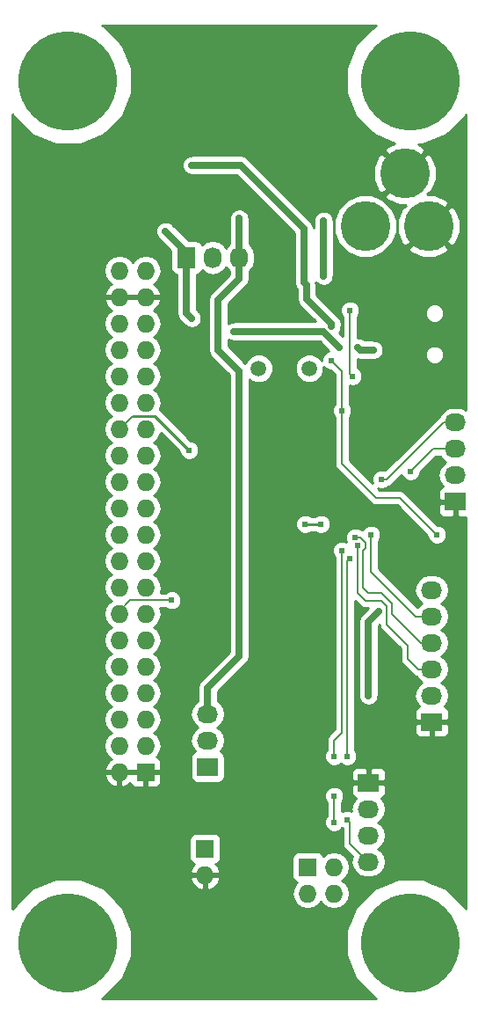
<source format=gbr>
G04 #@! TF.FileFunction,Copper,L2,Bot,Signal*
%FSLAX46Y46*%
G04 Gerber Fmt 4.6, Leading zero omitted, Abs format (unit mm)*
G04 Created by KiCad (PCBNEW (after 2015-mar-04 BZR unknown)-product) date 12/19/2016 5:01:43 PM*
%MOMM*%
G01*
G04 APERTURE LIST*
%ADD10C,0.100000*%
%ADD11R,2.032000X1.727200*%
%ADD12O,2.032000X1.727200*%
%ADD13R,1.727200X1.727200*%
%ADD14O,1.727200X1.727200*%
%ADD15R,1.727200X2.032000*%
%ADD16O,1.727200X2.032000*%
%ADD17C,4.800600*%
%ADD18C,1.501140*%
%ADD19C,9.525000*%
%ADD20C,0.610000*%
%ADD21C,0.203200*%
%ADD22C,0.254000*%
%ADD23C,0.635000*%
G04 APERTURE END LIST*
D10*
D11*
X53340000Y-56515000D03*
D12*
X53340000Y-53975000D03*
X53340000Y-51435000D03*
X53340000Y-48895000D03*
D13*
X29210000Y-89916000D03*
D14*
X29210000Y-92456000D03*
D15*
X27432000Y-33020000D03*
D16*
X29972000Y-33020000D03*
X32512000Y-33020000D03*
D11*
X29464000Y-82042000D03*
D12*
X29464000Y-79502000D03*
X29464000Y-76962000D03*
D17*
X50749200Y-29997400D03*
X44653200Y-29997400D03*
X48463200Y-24917400D03*
D13*
X23495000Y-82550000D03*
D14*
X20955000Y-82550000D03*
X23495000Y-80010000D03*
X20955000Y-80010000D03*
X23495000Y-77470000D03*
X20955000Y-77470000D03*
X23495000Y-74930000D03*
X20955000Y-74930000D03*
X23495000Y-72390000D03*
X20955000Y-72390000D03*
X23495000Y-69850000D03*
X20955000Y-69850000D03*
X23495000Y-67310000D03*
X20955000Y-67310000D03*
X23495000Y-64770000D03*
X20955000Y-64770000D03*
X23495000Y-62230000D03*
X20955000Y-62230000D03*
X23495000Y-59690000D03*
X20955000Y-59690000D03*
X23495000Y-57150000D03*
X20955000Y-57150000D03*
X23495000Y-54610000D03*
X20955000Y-54610000D03*
X23495000Y-52070000D03*
X20955000Y-52070000D03*
X23495000Y-49530000D03*
X20955000Y-49530000D03*
X23495000Y-46990000D03*
X20955000Y-46990000D03*
X23495000Y-44450000D03*
X20955000Y-44450000D03*
X23495000Y-41910000D03*
X20955000Y-41910000D03*
X23495000Y-39370000D03*
X20955000Y-39370000D03*
X23495000Y-36830000D03*
X20955000Y-36830000D03*
X23495000Y-34290000D03*
X20955000Y-34290000D03*
D18*
X34389060Y-43688000D03*
X39270940Y-43688000D03*
D11*
X44958000Y-83566000D03*
D12*
X44958000Y-86106000D03*
X44958000Y-88646000D03*
X44958000Y-91186000D03*
D13*
X39116000Y-91694000D03*
D14*
X41656000Y-91694000D03*
X39116000Y-94234000D03*
X41656000Y-94234000D03*
D11*
X51054000Y-77724000D03*
D12*
X51054000Y-75184000D03*
X51054000Y-72644000D03*
X51054000Y-70104000D03*
X51054000Y-67564000D03*
X51054000Y-65024000D03*
D19*
X16000000Y-16000000D03*
X49000000Y-16000000D03*
X16000000Y-99000000D03*
X49000000Y-99000000D03*
D20*
X23368000Y-22860000D03*
X42214800Y-17322800D03*
X25908000Y-55372000D03*
X49784000Y-34290000D03*
X38000000Y-37000000D03*
X33000000Y-37250000D03*
X30750000Y-28250000D03*
X40000000Y-27750000D03*
X45720000Y-43180000D03*
X49276000Y-50292000D03*
X28448000Y-65024000D03*
X21082000Y-28194000D03*
X26670000Y-49022000D03*
X27432000Y-29210000D03*
X32766000Y-22860000D03*
X39878000Y-72898000D03*
X41656000Y-72898000D03*
X34290000Y-76200000D03*
X35560000Y-85725000D03*
X46736000Y-71120000D03*
X46228000Y-58420000D03*
X33782000Y-59436000D03*
X33782000Y-58166000D03*
X39878000Y-48768000D03*
X39624000Y-63500000D03*
X40640000Y-34798000D03*
X40640000Y-29464000D03*
X38862000Y-58674000D03*
X40386000Y-58674000D03*
X27940000Y-24130000D03*
X51562000Y-59690000D03*
X42418000Y-47752000D03*
X41402000Y-42926000D03*
X41402000Y-39624000D03*
X49022000Y-53594000D03*
X46228000Y-54356000D03*
X42926000Y-87122000D03*
X43180000Y-61976000D03*
X42926000Y-81026000D03*
X42418000Y-61214000D03*
X41656000Y-87376000D03*
X41656000Y-84836000D03*
X41656000Y-81026000D03*
X27686000Y-51562000D03*
X26000000Y-66000000D03*
X43434000Y-44450000D03*
X43180000Y-38100000D03*
X43942000Y-60706000D03*
X43688000Y-59944000D03*
X45212000Y-59690000D03*
X25400000Y-30480000D03*
X42164000Y-41656000D03*
X43942000Y-41656000D03*
X44958000Y-75184000D03*
X45974000Y-67056000D03*
X45466000Y-41910000D03*
X32004000Y-40132000D03*
X27940000Y-38862000D03*
X32500000Y-29250000D03*
D21*
X35560000Y-85725000D02*
X35560000Y-85852000D01*
D22*
X38862000Y-58674000D02*
X40386000Y-58674000D01*
D23*
X40640000Y-29464000D02*
X40640000Y-34798000D01*
D21*
X40640000Y-34798000D02*
X40640000Y-29464000D01*
D23*
X41402000Y-39624000D02*
X41402000Y-39402000D01*
X39000000Y-35698000D02*
X38750000Y-35448000D01*
X39000000Y-37000000D02*
X39000000Y-35698000D01*
X41402000Y-39402000D02*
X39000000Y-37000000D01*
X27940000Y-24130000D02*
X32630000Y-24130000D01*
X38750000Y-30250000D02*
X38750000Y-35448000D01*
X32630000Y-24130000D02*
X38750000Y-30250000D01*
D21*
X38750000Y-35448000D02*
X39116000Y-35814000D01*
X51562000Y-59690000D02*
X48006000Y-56134000D01*
X48006000Y-56134000D02*
X45720000Y-56134000D01*
X45720000Y-56134000D02*
X42418000Y-52832000D01*
X42418000Y-52832000D02*
X42418000Y-47752000D01*
X42418000Y-43942000D02*
X42418000Y-47752000D01*
X41402000Y-42926000D02*
X42418000Y-43942000D01*
X39116000Y-37338000D02*
X41402000Y-39624000D01*
X39116000Y-35814000D02*
X39116000Y-37338000D01*
X49022000Y-53594000D02*
X51181000Y-51435000D01*
X51181000Y-51435000D02*
X53340000Y-51435000D01*
X52197000Y-48895000D02*
X46736000Y-54356000D01*
X46736000Y-54356000D02*
X46228000Y-54356000D01*
X53340000Y-48895000D02*
X52197000Y-48895000D01*
X42926000Y-87122000D02*
X43180000Y-87376000D01*
X43180000Y-87376000D02*
X43180000Y-89408000D01*
X43180000Y-89408000D02*
X44958000Y-91186000D01*
X42926000Y-62230000D02*
X43180000Y-61976000D01*
X42926000Y-81026000D02*
X42926000Y-62230000D01*
X42418000Y-78740000D02*
X42418000Y-61214000D01*
X41656000Y-79502000D02*
X42418000Y-78740000D01*
X41656000Y-81026000D02*
X41656000Y-79502000D01*
X41656000Y-87376000D02*
X41656000Y-84836000D01*
D22*
X22225000Y-48260000D02*
X24384000Y-48260000D01*
X24384000Y-48260000D02*
X27686000Y-51562000D01*
D21*
X22225000Y-48260000D02*
X20955000Y-49530000D01*
X22000000Y-66000000D02*
X20955000Y-67045000D01*
X26000000Y-66000000D02*
X22000000Y-66000000D01*
X20955000Y-67045000D02*
X20955000Y-67310000D01*
X43434000Y-44450000D02*
X43180000Y-44196000D01*
X43180000Y-44196000D02*
X43180000Y-38100000D01*
X46736000Y-68326000D02*
X46736000Y-66548000D01*
X46736000Y-66548000D02*
X46228000Y-66040000D01*
X43942000Y-60706000D02*
X43942000Y-62738000D01*
X43942000Y-62738000D02*
X43942000Y-65278000D01*
X43942000Y-65278000D02*
X44704000Y-66040000D01*
X44704000Y-66040000D02*
X46228000Y-66040000D01*
X49784000Y-72644000D02*
X48768000Y-71628000D01*
X48768000Y-71628000D02*
X48768000Y-70358000D01*
X48768000Y-70358000D02*
X46736000Y-68326000D01*
X51054000Y-72644000D02*
X49784000Y-72644000D01*
X47244000Y-67310000D02*
X47244000Y-66294000D01*
X47244000Y-66294000D02*
X46228000Y-65278000D01*
X46228000Y-65278000D02*
X44958000Y-65278000D01*
X44958000Y-65278000D02*
X44450000Y-64770000D01*
X44450000Y-64770000D02*
X44450000Y-61214000D01*
X44450000Y-61214000D02*
X44704000Y-60960000D01*
X44704000Y-60960000D02*
X44704000Y-60452000D01*
X44704000Y-60452000D02*
X44196000Y-59944000D01*
X44196000Y-59944000D02*
X43688000Y-59944000D01*
X50038000Y-70104000D02*
X47244000Y-67310000D01*
X51054000Y-70104000D02*
X50038000Y-70104000D01*
X49530000Y-67564000D02*
X45212000Y-63246000D01*
X45212000Y-63246000D02*
X45212000Y-59690000D01*
X51054000Y-67564000D02*
X49530000Y-67564000D01*
D23*
X25400000Y-30480000D02*
X27432000Y-32512000D01*
X27432000Y-32512000D02*
X27432000Y-33020000D01*
X44958000Y-75184000D02*
X44958000Y-68072000D01*
X44958000Y-68072000D02*
X45974000Y-67056000D01*
X45466000Y-41910000D02*
X44196000Y-41910000D01*
X44196000Y-41910000D02*
X43942000Y-41656000D01*
X32004000Y-40132000D02*
X40640000Y-40132000D01*
X40640000Y-40132000D02*
X42164000Y-41656000D01*
X27432000Y-33020000D02*
X27432000Y-38354000D01*
X27432000Y-38354000D02*
X27940000Y-38862000D01*
D21*
X44958000Y-68072000D02*
X45974000Y-67056000D01*
X42164000Y-41656000D02*
X40640000Y-40132000D01*
X27940000Y-38862000D02*
X27432000Y-38354000D01*
D23*
X29464000Y-76962000D02*
X29464000Y-74422000D01*
X32512000Y-35052000D02*
X32512000Y-33020000D01*
X30480000Y-37084000D02*
X32512000Y-35052000D01*
X30480000Y-41910000D02*
X30480000Y-37084000D01*
X32512000Y-43942000D02*
X30480000Y-41910000D01*
X32512000Y-71374000D02*
X32512000Y-43942000D01*
X29464000Y-74422000D02*
X32512000Y-71374000D01*
X32512000Y-33020000D02*
X32512000Y-29262000D01*
X32512000Y-29262000D02*
X32500000Y-29250000D01*
D22*
G36*
X54315000Y-95733746D02*
X54224815Y-95515482D01*
X53213000Y-94501899D01*
X53213000Y-57854850D01*
X53213000Y-56642000D01*
X51847750Y-56642000D01*
X51689000Y-56800750D01*
X51689000Y-57252291D01*
X51689000Y-57504910D01*
X51785673Y-57738299D01*
X51964302Y-57916927D01*
X52197691Y-58013600D01*
X53054250Y-58013600D01*
X53213000Y-57854850D01*
X53213000Y-94501899D01*
X52737345Y-94025413D01*
X52737345Y-75184000D01*
X52623271Y-74610511D01*
X52298415Y-74124330D01*
X51983634Y-73914000D01*
X52298415Y-73703670D01*
X52623271Y-73217489D01*
X52737345Y-72644000D01*
X52623271Y-72070511D01*
X52298415Y-71584330D01*
X51983634Y-71374000D01*
X52298415Y-71163670D01*
X52623271Y-70677489D01*
X52737345Y-70104000D01*
X52623271Y-69530511D01*
X52298415Y-69044330D01*
X51983634Y-68834000D01*
X52298415Y-68623670D01*
X52623271Y-68137489D01*
X52737345Y-67564000D01*
X52623271Y-66990511D01*
X52298415Y-66504330D01*
X51983634Y-66294000D01*
X52298415Y-66083670D01*
X52623271Y-65597489D01*
X52737345Y-65024000D01*
X52623271Y-64450511D01*
X52298415Y-63964330D01*
X51812234Y-63639474D01*
X51238745Y-63525400D01*
X50869255Y-63525400D01*
X50295766Y-63639474D01*
X49809585Y-63964330D01*
X49484729Y-64450511D01*
X49370655Y-65024000D01*
X49484729Y-65597489D01*
X49809585Y-66083670D01*
X50124365Y-66294000D01*
X49809585Y-66504330D01*
X49690405Y-66682695D01*
X45948600Y-62940890D01*
X45948600Y-60282887D01*
X46008429Y-60223163D01*
X46151837Y-59877798D01*
X46152163Y-59503843D01*
X46009358Y-59158228D01*
X45745163Y-58893571D01*
X45399798Y-58750163D01*
X45025843Y-58749837D01*
X44680228Y-58892642D01*
X44415571Y-59156837D01*
X44379425Y-59243885D01*
X44301919Y-59228468D01*
X44221163Y-59147571D01*
X43875798Y-59004163D01*
X43501843Y-59003837D01*
X43156228Y-59146642D01*
X42891571Y-59410837D01*
X42748163Y-59756202D01*
X42747837Y-60130157D01*
X42849079Y-60375182D01*
X42605798Y-60274163D01*
X42231843Y-60273837D01*
X41886228Y-60416642D01*
X41621571Y-60680837D01*
X41478163Y-61026202D01*
X41477837Y-61400157D01*
X41620642Y-61745772D01*
X41681400Y-61806636D01*
X41681400Y-78434890D01*
X41326163Y-78790127D01*
X41326163Y-58487843D01*
X41183358Y-58142228D01*
X40919163Y-57877571D01*
X40573798Y-57734163D01*
X40199843Y-57733837D01*
X39854228Y-57876642D01*
X39818808Y-57912000D01*
X39429531Y-57912000D01*
X39395163Y-57877571D01*
X39049798Y-57734163D01*
X38675843Y-57733837D01*
X38330228Y-57876642D01*
X38065571Y-58140837D01*
X37922163Y-58486202D01*
X37921837Y-58860157D01*
X38064642Y-59205772D01*
X38328837Y-59470429D01*
X38674202Y-59613837D01*
X39048157Y-59614163D01*
X39393772Y-59471358D01*
X39429191Y-59436000D01*
X39818468Y-59436000D01*
X39852837Y-59470429D01*
X40198202Y-59613837D01*
X40572157Y-59614163D01*
X40917772Y-59471358D01*
X41182429Y-59207163D01*
X41325837Y-58861798D01*
X41326163Y-58487843D01*
X41326163Y-78790127D01*
X41135145Y-78981145D01*
X40975470Y-79220115D01*
X40919400Y-79502000D01*
X40919400Y-80433112D01*
X40859571Y-80492837D01*
X40716163Y-80838202D01*
X40715837Y-81212157D01*
X40858642Y-81557772D01*
X41122837Y-81822429D01*
X41468202Y-81965837D01*
X41842157Y-81966163D01*
X42187772Y-81823358D01*
X42290948Y-81720361D01*
X42392837Y-81822429D01*
X42738202Y-81965837D01*
X43112157Y-81966163D01*
X43457772Y-81823358D01*
X43722429Y-81559163D01*
X43865837Y-81213798D01*
X43866163Y-80839843D01*
X43723358Y-80494228D01*
X43662600Y-80433363D01*
X43662600Y-66040310D01*
X44183145Y-66560855D01*
X44422115Y-66720530D01*
X44422116Y-66720530D01*
X44704000Y-66776600D01*
X44906362Y-66776600D01*
X44284481Y-67398481D01*
X44078005Y-67707494D01*
X44005500Y-68072000D01*
X44005500Y-75184000D01*
X44017944Y-75246563D01*
X44017837Y-75370157D01*
X44065450Y-75485390D01*
X44078005Y-75548506D01*
X44113444Y-75601544D01*
X44160642Y-75715772D01*
X44248730Y-75804014D01*
X44284481Y-75857519D01*
X44337517Y-75892957D01*
X44424837Y-75980429D01*
X44539989Y-76028244D01*
X44593494Y-76063995D01*
X44656055Y-76076439D01*
X44770202Y-76123837D01*
X44894885Y-76123945D01*
X44958000Y-76136500D01*
X45020563Y-76124055D01*
X45144157Y-76124163D01*
X45259390Y-76076549D01*
X45322506Y-76063995D01*
X45375544Y-76028555D01*
X45489772Y-75981358D01*
X45578014Y-75893269D01*
X45631519Y-75857519D01*
X45666957Y-75804482D01*
X45754429Y-75717163D01*
X45802244Y-75602010D01*
X45837995Y-75548506D01*
X45850439Y-75485944D01*
X45897837Y-75371798D01*
X45897945Y-75247114D01*
X45910500Y-75184000D01*
X45910500Y-68466538D01*
X46007967Y-68369070D01*
X46055470Y-68607885D01*
X46215145Y-68846855D01*
X48031400Y-70663110D01*
X48031400Y-71628000D01*
X48087470Y-71909885D01*
X48247145Y-72148855D01*
X49263145Y-73164855D01*
X49502115Y-73324530D01*
X49564549Y-73336948D01*
X49809585Y-73703670D01*
X50124365Y-73914000D01*
X49809585Y-74124330D01*
X49484729Y-74610511D01*
X49370655Y-75184000D01*
X49484729Y-75757489D01*
X49809585Y-76243670D01*
X49831780Y-76258500D01*
X49678302Y-76322073D01*
X49499673Y-76500701D01*
X49403000Y-76734090D01*
X49403000Y-76986709D01*
X49403000Y-77438250D01*
X49561750Y-77597000D01*
X50927000Y-77597000D01*
X50927000Y-77577000D01*
X51181000Y-77577000D01*
X51181000Y-77597000D01*
X52546250Y-77597000D01*
X52705000Y-77438250D01*
X52705000Y-76986709D01*
X52705000Y-76734090D01*
X52608327Y-76500701D01*
X52429698Y-76322073D01*
X52276219Y-76258500D01*
X52298415Y-76243670D01*
X52623271Y-75757489D01*
X52737345Y-75184000D01*
X52737345Y-94025413D01*
X52705000Y-93993012D01*
X52705000Y-78713910D01*
X52705000Y-78461291D01*
X52705000Y-78009750D01*
X52546250Y-77851000D01*
X51181000Y-77851000D01*
X51181000Y-79063850D01*
X51339750Y-79222600D01*
X52196309Y-79222600D01*
X52429698Y-79125927D01*
X52608327Y-78947299D01*
X52705000Y-78713910D01*
X52705000Y-93993012D01*
X52493632Y-93781275D01*
X50927000Y-93130752D01*
X50927000Y-79063850D01*
X50927000Y-77851000D01*
X49561750Y-77851000D01*
X49403000Y-78009750D01*
X49403000Y-78461291D01*
X49403000Y-78713910D01*
X49499673Y-78947299D01*
X49678302Y-79125927D01*
X49911691Y-79222600D01*
X50768250Y-79222600D01*
X50927000Y-79063850D01*
X50927000Y-93130752D01*
X50230575Y-92841571D01*
X47780175Y-92839433D01*
X46641345Y-93309987D01*
X46641345Y-91186000D01*
X46527271Y-90612511D01*
X46202415Y-90126330D01*
X45887634Y-89916000D01*
X46202415Y-89705670D01*
X46527271Y-89219489D01*
X46641345Y-88646000D01*
X46527271Y-88072511D01*
X46202415Y-87586330D01*
X45887634Y-87376000D01*
X46202415Y-87165670D01*
X46527271Y-86679489D01*
X46641345Y-86106000D01*
X46527271Y-85532511D01*
X46202415Y-85046330D01*
X46180219Y-85031499D01*
X46333698Y-84967927D01*
X46512327Y-84789299D01*
X46609000Y-84555910D01*
X46609000Y-84303291D01*
X46609000Y-83851750D01*
X46609000Y-83280250D01*
X46609000Y-82828709D01*
X46609000Y-82576090D01*
X46512327Y-82342701D01*
X46333698Y-82164073D01*
X46100309Y-82067400D01*
X45243750Y-82067400D01*
X45085000Y-82226150D01*
X45085000Y-83439000D01*
X46450250Y-83439000D01*
X46609000Y-83280250D01*
X46609000Y-83851750D01*
X46450250Y-83693000D01*
X45085000Y-83693000D01*
X45085000Y-83713000D01*
X44831000Y-83713000D01*
X44831000Y-83693000D01*
X44831000Y-83439000D01*
X44831000Y-82226150D01*
X44672250Y-82067400D01*
X43815691Y-82067400D01*
X43582302Y-82164073D01*
X43403673Y-82342701D01*
X43307000Y-82576090D01*
X43307000Y-82828709D01*
X43307000Y-83280250D01*
X43465750Y-83439000D01*
X44831000Y-83439000D01*
X44831000Y-83693000D01*
X43465750Y-83693000D01*
X43307000Y-83851750D01*
X43307000Y-84303291D01*
X43307000Y-84555910D01*
X43403673Y-84789299D01*
X43582302Y-84967927D01*
X43735780Y-85031499D01*
X43713585Y-85046330D01*
X43388729Y-85532511D01*
X43274655Y-86106000D01*
X43305650Y-86261827D01*
X43113798Y-86182163D01*
X42739843Y-86181837D01*
X42394228Y-86324642D01*
X42392600Y-86326267D01*
X42392600Y-85428887D01*
X42452429Y-85369163D01*
X42595837Y-85023798D01*
X42596163Y-84649843D01*
X42453358Y-84304228D01*
X42189163Y-84039571D01*
X41843798Y-83896163D01*
X41469843Y-83895837D01*
X41124228Y-84038642D01*
X40859571Y-84302837D01*
X40716163Y-84648202D01*
X40715837Y-85022157D01*
X40858642Y-85367772D01*
X40919400Y-85428636D01*
X40919400Y-86783112D01*
X40859571Y-86842837D01*
X40716163Y-87188202D01*
X40715837Y-87562157D01*
X40858642Y-87907772D01*
X41122837Y-88172429D01*
X41468202Y-88315837D01*
X41842157Y-88316163D01*
X42187772Y-88173358D01*
X42428367Y-87933182D01*
X42443400Y-87939424D01*
X42443400Y-89408000D01*
X42499470Y-89689885D01*
X42659145Y-89928855D01*
X43381109Y-90650819D01*
X43274655Y-91186000D01*
X43388729Y-91759489D01*
X43713585Y-92245670D01*
X44199766Y-92570526D01*
X44773255Y-92684600D01*
X45142745Y-92684600D01*
X45716234Y-92570526D01*
X46202415Y-92245670D01*
X46527271Y-91759489D01*
X46641345Y-91186000D01*
X46641345Y-93309987D01*
X45515482Y-93775185D01*
X43781275Y-95506368D01*
X43183959Y-96944863D01*
X43183959Y-94234000D01*
X43069885Y-93660511D01*
X42745029Y-93174330D01*
X42430248Y-92964000D01*
X42745029Y-92753670D01*
X43069885Y-92267489D01*
X43183959Y-91694000D01*
X43069885Y-91120511D01*
X42745029Y-90634330D01*
X42258848Y-90309474D01*
X41685359Y-90195400D01*
X41626641Y-90195400D01*
X41053152Y-90309474D01*
X40586470Y-90621300D01*
X40580063Y-90588277D01*
X40440273Y-90375473D01*
X40229240Y-90233023D01*
X39979600Y-90182960D01*
X38252400Y-90182960D01*
X38010277Y-90229937D01*
X37797473Y-90369727D01*
X37655023Y-90580760D01*
X37604960Y-90830400D01*
X37604960Y-92557600D01*
X37651937Y-92799723D01*
X37791727Y-93012527D01*
X38002760Y-93154977D01*
X38043659Y-93163179D01*
X38026971Y-93174330D01*
X37702115Y-93660511D01*
X37588041Y-94234000D01*
X37702115Y-94807489D01*
X38026971Y-95293670D01*
X38513152Y-95618526D01*
X39086641Y-95732600D01*
X39145359Y-95732600D01*
X39718848Y-95618526D01*
X40205029Y-95293670D01*
X40386000Y-95022827D01*
X40566971Y-95293670D01*
X41053152Y-95618526D01*
X41626641Y-95732600D01*
X41685359Y-95732600D01*
X42258848Y-95618526D01*
X42745029Y-95293670D01*
X43069885Y-94807489D01*
X43183959Y-94234000D01*
X43183959Y-96944863D01*
X42841571Y-97769425D01*
X42839433Y-100219825D01*
X43775185Y-102484518D01*
X45506368Y-104218725D01*
X45738223Y-104315000D01*
X30721040Y-104315000D01*
X30721040Y-90779600D01*
X30721040Y-89052400D01*
X30674063Y-88810277D01*
X30534273Y-88597473D01*
X30323240Y-88455023D01*
X30073600Y-88404960D01*
X28346400Y-88404960D01*
X28104277Y-88451937D01*
X27891473Y-88591727D01*
X27749023Y-88802760D01*
X27698960Y-89052400D01*
X27698960Y-90779600D01*
X27745937Y-91021723D01*
X27885727Y-91234527D01*
X28096760Y-91376977D01*
X28191178Y-91395911D01*
X28003179Y-91567510D01*
X27755032Y-92096973D01*
X27875531Y-92329000D01*
X29083000Y-92329000D01*
X29083000Y-92309000D01*
X29337000Y-92309000D01*
X29337000Y-92329000D01*
X30544469Y-92329000D01*
X30664968Y-92096973D01*
X30416821Y-91567510D01*
X30229736Y-91396746D01*
X30315723Y-91380063D01*
X30528527Y-91240273D01*
X30670977Y-91029240D01*
X30721040Y-90779600D01*
X30721040Y-104315000D01*
X30664968Y-104315000D01*
X30664968Y-92815027D01*
X30544469Y-92583000D01*
X29337000Y-92583000D01*
X29337000Y-93789817D01*
X29569026Y-93910958D01*
X29984947Y-93738688D01*
X30416821Y-93344490D01*
X30664968Y-92815027D01*
X30664968Y-104315000D01*
X29083000Y-104315000D01*
X29083000Y-93789817D01*
X29083000Y-92583000D01*
X27875531Y-92583000D01*
X27755032Y-92815027D01*
X28003179Y-93344490D01*
X28435053Y-93738688D01*
X28850974Y-93910958D01*
X29083000Y-93789817D01*
X29083000Y-104315000D01*
X24993600Y-104315000D01*
X24993600Y-83539910D01*
X24993600Y-83287291D01*
X24993600Y-82835750D01*
X24834850Y-82677000D01*
X23622000Y-82677000D01*
X23622000Y-83889850D01*
X23780750Y-84048600D01*
X24484909Y-84048600D01*
X24718298Y-83951927D01*
X24896927Y-83773299D01*
X24993600Y-83539910D01*
X24993600Y-104315000D01*
X23368000Y-104315000D01*
X23368000Y-83889850D01*
X23368000Y-82677000D01*
X22288817Y-82677000D01*
X22155150Y-82677000D01*
X21082000Y-82677000D01*
X21082000Y-83884469D01*
X21314027Y-84004968D01*
X21843490Y-83756821D01*
X22010471Y-83573880D01*
X22093073Y-83773299D01*
X22271702Y-83951927D01*
X22505091Y-84048600D01*
X23209250Y-84048600D01*
X23368000Y-83889850D01*
X23368000Y-104315000D01*
X19266253Y-104315000D01*
X19484518Y-104224815D01*
X21218725Y-102493632D01*
X22158429Y-100230575D01*
X22160567Y-97780175D01*
X21224815Y-95515482D01*
X20828000Y-95117973D01*
X20828000Y-83884469D01*
X20828000Y-82677000D01*
X19621183Y-82677000D01*
X19500042Y-82909026D01*
X19672312Y-83324947D01*
X20066510Y-83756821D01*
X20595973Y-84004968D01*
X20828000Y-83884469D01*
X20828000Y-95117973D01*
X19493632Y-93781275D01*
X17230575Y-92841571D01*
X14780175Y-92839433D01*
X12515482Y-93775185D01*
X10781275Y-95506368D01*
X10685000Y-95738223D01*
X10685000Y-19266253D01*
X10775185Y-19484518D01*
X12506368Y-21218725D01*
X14769425Y-22158429D01*
X17219825Y-22160567D01*
X19484518Y-21224815D01*
X21218725Y-19493632D01*
X22158429Y-17230575D01*
X22160567Y-14780175D01*
X21224815Y-12515482D01*
X19493632Y-10781275D01*
X19261776Y-10685000D01*
X45733746Y-10685000D01*
X45515482Y-10775185D01*
X43781275Y-12506368D01*
X42841571Y-14769425D01*
X42839433Y-17219825D01*
X43775185Y-19484518D01*
X45506368Y-21218725D01*
X47479835Y-22038180D01*
X46748421Y-22341143D01*
X46478870Y-22753464D01*
X48463200Y-24737795D01*
X50447530Y-22753464D01*
X50177979Y-22341143D01*
X49738808Y-22160147D01*
X50219825Y-22160567D01*
X52484518Y-21224815D01*
X54218725Y-19493632D01*
X54315000Y-19261776D01*
X54315000Y-47655312D01*
X54098234Y-47510474D01*
X53785569Y-47448281D01*
X53785569Y-30595758D01*
X53783421Y-29388243D01*
X53325457Y-28282621D01*
X52913136Y-28013070D01*
X52733530Y-28192675D01*
X52733530Y-27833464D01*
X52463979Y-27421143D01*
X51499569Y-27023679D01*
X51347558Y-26961031D01*
X50687612Y-26962204D01*
X50627137Y-26901729D01*
X51039457Y-26632179D01*
X51499569Y-25515758D01*
X51497421Y-24308243D01*
X51039457Y-23202621D01*
X50627136Y-22933070D01*
X48642805Y-24917400D01*
X48656947Y-24931542D01*
X48477342Y-25111147D01*
X48463200Y-25097005D01*
X48283595Y-25276610D01*
X48283595Y-24917400D01*
X46299264Y-22933070D01*
X45886943Y-23202621D01*
X45426831Y-24319042D01*
X45428979Y-25526557D01*
X45886943Y-26632179D01*
X46299264Y-26901730D01*
X48283595Y-24917400D01*
X48283595Y-25276610D01*
X46478870Y-27081336D01*
X46748421Y-27493657D01*
X47864842Y-27953769D01*
X48524786Y-27952594D01*
X48585262Y-28013070D01*
X48172943Y-28282621D01*
X47712831Y-29399042D01*
X47714979Y-30606557D01*
X48172943Y-31712179D01*
X48585264Y-31981730D01*
X50569595Y-29997400D01*
X50555452Y-29983257D01*
X50735057Y-29803652D01*
X50749200Y-29817795D01*
X52733530Y-27833464D01*
X52733530Y-28192675D01*
X50928805Y-29997400D01*
X52913136Y-31981730D01*
X53325457Y-31712179D01*
X53785569Y-30595758D01*
X53785569Y-47448281D01*
X53524745Y-47396400D01*
X53155255Y-47396400D01*
X52733530Y-47480286D01*
X52733530Y-32161336D01*
X50749200Y-30177005D01*
X50569595Y-30356610D01*
X48764870Y-32161336D01*
X49034421Y-32573657D01*
X50150842Y-33033769D01*
X51358357Y-33031621D01*
X52463979Y-32573657D01*
X52733530Y-32161336D01*
X52733530Y-47480286D01*
X52581766Y-47510474D01*
X52235158Y-47742070D01*
X52235158Y-42205784D01*
X52235158Y-38205784D01*
X52096910Y-37871200D01*
X51841147Y-37614989D01*
X51506804Y-37476158D01*
X51144784Y-37475842D01*
X50810200Y-37614090D01*
X50553989Y-37869853D01*
X50415158Y-38204196D01*
X50414842Y-38566216D01*
X50553090Y-38900800D01*
X50808853Y-39157011D01*
X51143196Y-39295842D01*
X51505216Y-39296158D01*
X51839800Y-39157910D01*
X52096011Y-38902147D01*
X52234842Y-38567804D01*
X52235158Y-38205784D01*
X52235158Y-42205784D01*
X52096910Y-41871200D01*
X51841147Y-41614989D01*
X51506804Y-41476158D01*
X51144784Y-41475842D01*
X50810200Y-41614090D01*
X50553989Y-41869853D01*
X50415158Y-42204196D01*
X50414842Y-42566216D01*
X50553090Y-42900800D01*
X50808853Y-43157011D01*
X51143196Y-43295842D01*
X51505216Y-43296158D01*
X51839800Y-43157910D01*
X52096011Y-42902147D01*
X52234842Y-42567804D01*
X52235158Y-42205784D01*
X52235158Y-47742070D01*
X52095585Y-47835330D01*
X51783482Y-48302424D01*
X51676145Y-48374145D01*
X47689026Y-52361263D01*
X47689026Y-29396290D01*
X47227902Y-28280287D01*
X46374804Y-27425698D01*
X45259607Y-26962628D01*
X44052090Y-26961574D01*
X42936087Y-27422698D01*
X42081498Y-28275796D01*
X41618428Y-29390993D01*
X41617374Y-30598510D01*
X42078498Y-31714513D01*
X42931596Y-32569102D01*
X44046793Y-33032172D01*
X45254310Y-33033226D01*
X46370313Y-32572102D01*
X47224902Y-31719004D01*
X47687972Y-30603807D01*
X47689026Y-29396290D01*
X47689026Y-52361263D01*
X46570068Y-53480221D01*
X46415798Y-53416163D01*
X46041843Y-53415837D01*
X45696228Y-53558642D01*
X45431571Y-53822837D01*
X45288163Y-54168202D01*
X45287837Y-54542157D01*
X45370903Y-54743193D01*
X43154600Y-52526890D01*
X43154600Y-48344887D01*
X43214429Y-48285163D01*
X43357837Y-47939798D01*
X43358163Y-47565843D01*
X43215358Y-47220228D01*
X43154600Y-47159363D01*
X43154600Y-45351800D01*
X43246202Y-45389837D01*
X43620157Y-45390163D01*
X43965772Y-45247358D01*
X44230429Y-44983163D01*
X44373837Y-44637798D01*
X44374163Y-44263843D01*
X44231358Y-43918228D01*
X43967163Y-43653571D01*
X43916600Y-43632575D01*
X43916600Y-42806923D01*
X44196000Y-42862500D01*
X45466000Y-42862500D01*
X45528563Y-42850055D01*
X45652157Y-42850163D01*
X45767390Y-42802549D01*
X45830506Y-42789995D01*
X45883544Y-42754555D01*
X45997772Y-42707358D01*
X46086014Y-42619269D01*
X46139519Y-42583519D01*
X46174957Y-42530482D01*
X46262429Y-42443163D01*
X46310244Y-42328010D01*
X46345995Y-42274506D01*
X46358439Y-42211944D01*
X46405837Y-42097798D01*
X46405945Y-41973114D01*
X46418500Y-41910000D01*
X46406055Y-41847436D01*
X46406163Y-41723843D01*
X46358549Y-41608609D01*
X46345995Y-41545494D01*
X46310555Y-41492455D01*
X46263358Y-41378228D01*
X46175269Y-41289985D01*
X46139519Y-41236481D01*
X46086482Y-41201042D01*
X45999163Y-41113571D01*
X45884010Y-41065755D01*
X45830506Y-41030005D01*
X45767944Y-41017560D01*
X45653798Y-40970163D01*
X45529114Y-40970054D01*
X45466000Y-40957500D01*
X44578132Y-40957500D01*
X44562482Y-40947042D01*
X44475163Y-40859571D01*
X44360010Y-40811755D01*
X44306506Y-40776005D01*
X44243944Y-40763560D01*
X44129798Y-40716163D01*
X44005114Y-40716054D01*
X43942000Y-40703500D01*
X43916600Y-40708552D01*
X43916600Y-38692887D01*
X43976429Y-38633163D01*
X44119837Y-38287798D01*
X44120163Y-37913843D01*
X43977358Y-37568228D01*
X43713163Y-37303571D01*
X43367798Y-37160163D01*
X42993843Y-37159837D01*
X42648228Y-37302642D01*
X42383571Y-37566837D01*
X42240163Y-37912202D01*
X42239837Y-38286157D01*
X42382642Y-38631772D01*
X42443400Y-38692636D01*
X42443400Y-40588361D01*
X42106376Y-40251337D01*
X42110957Y-40244482D01*
X42198429Y-40157163D01*
X42246244Y-40042010D01*
X42281995Y-39988506D01*
X42294439Y-39925944D01*
X42341837Y-39811798D01*
X42341945Y-39687114D01*
X42354500Y-39624000D01*
X42354500Y-39402000D01*
X42281995Y-39037494D01*
X42075519Y-38728481D01*
X39952500Y-36605462D01*
X39952500Y-35698000D01*
X39888365Y-35375575D01*
X39930730Y-35418014D01*
X39966481Y-35471519D01*
X40019517Y-35506957D01*
X40106837Y-35594429D01*
X40221989Y-35642244D01*
X40275494Y-35677995D01*
X40338055Y-35690439D01*
X40452202Y-35737837D01*
X40576885Y-35737945D01*
X40640000Y-35750500D01*
X40702563Y-35738055D01*
X40826157Y-35738163D01*
X40941390Y-35690549D01*
X41004506Y-35677995D01*
X41057544Y-35642555D01*
X41171772Y-35595358D01*
X41260014Y-35507269D01*
X41313519Y-35471519D01*
X41348957Y-35418482D01*
X41436429Y-35331163D01*
X41484244Y-35216010D01*
X41519995Y-35162506D01*
X41532439Y-35099944D01*
X41579837Y-34985798D01*
X41579945Y-34861114D01*
X41592500Y-34798000D01*
X41592500Y-29464000D01*
X41580055Y-29401436D01*
X41580163Y-29277843D01*
X41532549Y-29162609D01*
X41519995Y-29099494D01*
X41484555Y-29046455D01*
X41437358Y-28932228D01*
X41349269Y-28843985D01*
X41313519Y-28790481D01*
X41260482Y-28755042D01*
X41173163Y-28667571D01*
X41058010Y-28619755D01*
X41004506Y-28584005D01*
X40941944Y-28571560D01*
X40827798Y-28524163D01*
X40703114Y-28524054D01*
X40640000Y-28511500D01*
X40577436Y-28523944D01*
X40453843Y-28523837D01*
X40338609Y-28571450D01*
X40275494Y-28584005D01*
X40222455Y-28619444D01*
X40108228Y-28666642D01*
X40019985Y-28754730D01*
X39966481Y-28790481D01*
X39931042Y-28843517D01*
X39843571Y-28930837D01*
X39795755Y-29045989D01*
X39760005Y-29099494D01*
X39747560Y-29162055D01*
X39700163Y-29276202D01*
X39700054Y-29400885D01*
X39687500Y-29464000D01*
X39687500Y-30174590D01*
X39629995Y-29885494D01*
X39423519Y-29576481D01*
X33303519Y-23456481D01*
X32994506Y-23250005D01*
X32630000Y-23177500D01*
X27940000Y-23177500D01*
X27877436Y-23189944D01*
X27753843Y-23189837D01*
X27638609Y-23237450D01*
X27575494Y-23250005D01*
X27522455Y-23285444D01*
X27408228Y-23332642D01*
X27319985Y-23420730D01*
X27266481Y-23456481D01*
X27231042Y-23509517D01*
X27143571Y-23596837D01*
X27095755Y-23711989D01*
X27060005Y-23765494D01*
X27047560Y-23828055D01*
X27000163Y-23942202D01*
X27000054Y-24066885D01*
X26987500Y-24130000D01*
X26999944Y-24192563D01*
X26999837Y-24316157D01*
X27047450Y-24431390D01*
X27060005Y-24494506D01*
X27095444Y-24547544D01*
X27142642Y-24661772D01*
X27230730Y-24750014D01*
X27266481Y-24803519D01*
X27319517Y-24838957D01*
X27406837Y-24926429D01*
X27521989Y-24974244D01*
X27575494Y-25009995D01*
X27638055Y-25022439D01*
X27752202Y-25069837D01*
X27876885Y-25069945D01*
X27940000Y-25082500D01*
X32235462Y-25082500D01*
X37797500Y-30644538D01*
X37797500Y-35448000D01*
X37870005Y-35812506D01*
X38047500Y-36078145D01*
X38047500Y-37000000D01*
X38120005Y-37364506D01*
X38326481Y-37673519D01*
X39832462Y-39179500D01*
X32004000Y-39179500D01*
X31941436Y-39191944D01*
X31817843Y-39191837D01*
X31702609Y-39239450D01*
X31639494Y-39252005D01*
X31586455Y-39287444D01*
X31472228Y-39334642D01*
X31432500Y-39374300D01*
X31432500Y-37478538D01*
X33185519Y-35725519D01*
X33391995Y-35416506D01*
X33464500Y-35052000D01*
X33464500Y-34336023D01*
X33571670Y-34264415D01*
X33896526Y-33778234D01*
X34010600Y-33204745D01*
X34010600Y-32835255D01*
X33896526Y-32261766D01*
X33571670Y-31775585D01*
X33464500Y-31703976D01*
X33464500Y-29262000D01*
X33440097Y-29139319D01*
X33440163Y-29063843D01*
X33411086Y-28993471D01*
X33391995Y-28897495D01*
X33391995Y-28897494D01*
X33338103Y-28816840D01*
X33338103Y-28816839D01*
X33297358Y-28718228D01*
X33221314Y-28642051D01*
X33221312Y-28642049D01*
X33185520Y-28588481D01*
X33173519Y-28576481D01*
X33120482Y-28541042D01*
X33033163Y-28453571D01*
X32918010Y-28405755D01*
X32864506Y-28370005D01*
X32801944Y-28357560D01*
X32687798Y-28310163D01*
X32563114Y-28310054D01*
X32500000Y-28297500D01*
X32437436Y-28309944D01*
X32313843Y-28309837D01*
X32198609Y-28357450D01*
X32135494Y-28370005D01*
X32082455Y-28405444D01*
X31968228Y-28452642D01*
X31879985Y-28540730D01*
X31826481Y-28576481D01*
X31791042Y-28629517D01*
X31703571Y-28716837D01*
X31655755Y-28831989D01*
X31620005Y-28885494D01*
X31607560Y-28948055D01*
X31560163Y-29062202D01*
X31560054Y-29186885D01*
X31547500Y-29250000D01*
X31559500Y-29310327D01*
X31559500Y-31703976D01*
X31452330Y-31775585D01*
X31242000Y-32090365D01*
X31031670Y-31775585D01*
X30545489Y-31450729D01*
X29972000Y-31336655D01*
X29398511Y-31450729D01*
X28912330Y-31775585D01*
X28901784Y-31791367D01*
X28896063Y-31761877D01*
X28756273Y-31549073D01*
X28545240Y-31406623D01*
X28295600Y-31356560D01*
X27623598Y-31356560D01*
X26073519Y-29806481D01*
X26020482Y-29771042D01*
X25933163Y-29683571D01*
X25818010Y-29635755D01*
X25764506Y-29600005D01*
X25701944Y-29587560D01*
X25587798Y-29540163D01*
X25463114Y-29540054D01*
X25400000Y-29527500D01*
X25337436Y-29539944D01*
X25213843Y-29539837D01*
X25098609Y-29587450D01*
X25035494Y-29600005D01*
X24982455Y-29635444D01*
X24868228Y-29682642D01*
X24779985Y-29770730D01*
X24726481Y-29806481D01*
X24691042Y-29859517D01*
X24603571Y-29946837D01*
X24555755Y-30061989D01*
X24520005Y-30115494D01*
X24507560Y-30178055D01*
X24460163Y-30292202D01*
X24460054Y-30416885D01*
X24447500Y-30480000D01*
X24459944Y-30542563D01*
X24459837Y-30666157D01*
X24507450Y-30781390D01*
X24520005Y-30844506D01*
X24555444Y-30897544D01*
X24602642Y-31011772D01*
X24690730Y-31100014D01*
X24726481Y-31153519D01*
X25920960Y-32347998D01*
X25920960Y-34036000D01*
X25967937Y-34278123D01*
X26107727Y-34490927D01*
X26318760Y-34633377D01*
X26479500Y-34665611D01*
X26479500Y-38354000D01*
X26552005Y-38718506D01*
X26758481Y-39027519D01*
X27266480Y-39535519D01*
X27319519Y-39570958D01*
X27406837Y-39658429D01*
X27521989Y-39706244D01*
X27575494Y-39741995D01*
X27638054Y-39754439D01*
X27752202Y-39801837D01*
X27876889Y-39801945D01*
X27940000Y-39814499D01*
X28002559Y-39802055D01*
X28126157Y-39802163D01*
X28241392Y-39754548D01*
X28304505Y-39741995D01*
X28357542Y-39706556D01*
X28471772Y-39659358D01*
X28560014Y-39571269D01*
X28613519Y-39535519D01*
X28648956Y-39482482D01*
X28736429Y-39395163D01*
X28784245Y-39280008D01*
X28819995Y-39226505D01*
X28832438Y-39163945D01*
X28879837Y-39049798D01*
X28879945Y-38925110D01*
X28892499Y-38862000D01*
X28880055Y-38799440D01*
X28880163Y-38675843D01*
X28832549Y-38560608D01*
X28819995Y-38497494D01*
X28784555Y-38444454D01*
X28737358Y-38330228D01*
X28649271Y-38241987D01*
X28613519Y-38188480D01*
X28384500Y-37959461D01*
X28384500Y-34666191D01*
X28537723Y-34636463D01*
X28750527Y-34496673D01*
X28892977Y-34285640D01*
X28900718Y-34247037D01*
X28912330Y-34264415D01*
X29398511Y-34589271D01*
X29972000Y-34703345D01*
X30545489Y-34589271D01*
X31031670Y-34264415D01*
X31242000Y-33949634D01*
X31452330Y-34264415D01*
X31559500Y-34336023D01*
X31559500Y-34657462D01*
X29806481Y-36410481D01*
X29600005Y-36719494D01*
X29527500Y-37084000D01*
X29527500Y-41910000D01*
X29600005Y-42274506D01*
X29806481Y-42583519D01*
X31559500Y-44336538D01*
X31559500Y-70979462D01*
X28790481Y-73748481D01*
X28626163Y-73994400D01*
X28626163Y-51375843D01*
X28483358Y-51030228D01*
X28219163Y-50765571D01*
X27873798Y-50622163D01*
X27823749Y-50622119D01*
X24922815Y-47721185D01*
X24840338Y-47666076D01*
X24840338Y-47666075D01*
X24908885Y-47563489D01*
X25022959Y-46990000D01*
X24908885Y-46416511D01*
X24584029Y-45930330D01*
X24269248Y-45720000D01*
X24584029Y-45509670D01*
X24908885Y-45023489D01*
X25022959Y-44450000D01*
X24908885Y-43876511D01*
X24584029Y-43390330D01*
X24269248Y-43180000D01*
X24584029Y-42969670D01*
X24908885Y-42483489D01*
X25022959Y-41910000D01*
X24908885Y-41336511D01*
X24584029Y-40850330D01*
X24269248Y-40640000D01*
X24584029Y-40429670D01*
X24908885Y-39943489D01*
X25022959Y-39370000D01*
X25022959Y-34290000D01*
X24908885Y-33716511D01*
X24584029Y-33230330D01*
X24097848Y-32905474D01*
X23524359Y-32791400D01*
X23465641Y-32791400D01*
X22892152Y-32905474D01*
X22405971Y-33230330D01*
X22225000Y-33501172D01*
X22044029Y-33230330D01*
X21557848Y-32905474D01*
X20984359Y-32791400D01*
X20925641Y-32791400D01*
X20352152Y-32905474D01*
X19865971Y-33230330D01*
X19541115Y-33716511D01*
X19427041Y-34290000D01*
X19541115Y-34863489D01*
X19865971Y-35349670D01*
X20189228Y-35565663D01*
X20066510Y-35623179D01*
X19672312Y-36055053D01*
X19500042Y-36470974D01*
X19621183Y-36703000D01*
X20828000Y-36703000D01*
X20828000Y-36683000D01*
X21082000Y-36683000D01*
X21082000Y-36703000D01*
X22161183Y-36703000D01*
X22288817Y-36703000D01*
X23368000Y-36703000D01*
X23368000Y-36683000D01*
X23622000Y-36683000D01*
X23622000Y-36703000D01*
X24828817Y-36703000D01*
X24949958Y-36470974D01*
X24777688Y-36055053D01*
X24383490Y-35623179D01*
X24260771Y-35565663D01*
X24584029Y-35349670D01*
X24908885Y-34863489D01*
X25022959Y-34290000D01*
X25022959Y-39370000D01*
X24908885Y-38796511D01*
X24584029Y-38310330D01*
X24260771Y-38094336D01*
X24383490Y-38036821D01*
X24777688Y-37604947D01*
X24949958Y-37189026D01*
X24828817Y-36957000D01*
X23622000Y-36957000D01*
X23622000Y-36977000D01*
X23368000Y-36977000D01*
X23368000Y-36957000D01*
X22288817Y-36957000D01*
X22161183Y-36957000D01*
X21082000Y-36957000D01*
X21082000Y-36977000D01*
X20828000Y-36977000D01*
X20828000Y-36957000D01*
X19621183Y-36957000D01*
X19500042Y-37189026D01*
X19672312Y-37604947D01*
X20066510Y-38036821D01*
X20189228Y-38094336D01*
X19865971Y-38310330D01*
X19541115Y-38796511D01*
X19427041Y-39370000D01*
X19541115Y-39943489D01*
X19865971Y-40429670D01*
X20180751Y-40640000D01*
X19865971Y-40850330D01*
X19541115Y-41336511D01*
X19427041Y-41910000D01*
X19541115Y-42483489D01*
X19865971Y-42969670D01*
X20180751Y-43180000D01*
X19865971Y-43390330D01*
X19541115Y-43876511D01*
X19427041Y-44450000D01*
X19541115Y-45023489D01*
X19865971Y-45509670D01*
X20180751Y-45720000D01*
X19865971Y-45930330D01*
X19541115Y-46416511D01*
X19427041Y-46990000D01*
X19541115Y-47563489D01*
X19865971Y-48049670D01*
X20180751Y-48260000D01*
X19865971Y-48470330D01*
X19541115Y-48956511D01*
X19427041Y-49530000D01*
X19541115Y-50103489D01*
X19865971Y-50589670D01*
X20180751Y-50800000D01*
X19865971Y-51010330D01*
X19541115Y-51496511D01*
X19427041Y-52070000D01*
X19541115Y-52643489D01*
X19865971Y-53129670D01*
X20180751Y-53340000D01*
X19865971Y-53550330D01*
X19541115Y-54036511D01*
X19427041Y-54610000D01*
X19541115Y-55183489D01*
X19865971Y-55669670D01*
X20180751Y-55880000D01*
X19865971Y-56090330D01*
X19541115Y-56576511D01*
X19427041Y-57150000D01*
X19541115Y-57723489D01*
X19865971Y-58209670D01*
X20180751Y-58420000D01*
X19865971Y-58630330D01*
X19541115Y-59116511D01*
X19427041Y-59690000D01*
X19541115Y-60263489D01*
X19865971Y-60749670D01*
X20180751Y-60960000D01*
X19865971Y-61170330D01*
X19541115Y-61656511D01*
X19427041Y-62230000D01*
X19541115Y-62803489D01*
X19865971Y-63289670D01*
X20180751Y-63500000D01*
X19865971Y-63710330D01*
X19541115Y-64196511D01*
X19427041Y-64770000D01*
X19541115Y-65343489D01*
X19865971Y-65829670D01*
X20180751Y-66040000D01*
X19865971Y-66250330D01*
X19541115Y-66736511D01*
X19427041Y-67310000D01*
X19541115Y-67883489D01*
X19865971Y-68369670D01*
X20180751Y-68580000D01*
X19865971Y-68790330D01*
X19541115Y-69276511D01*
X19427041Y-69850000D01*
X19541115Y-70423489D01*
X19865971Y-70909670D01*
X20180751Y-71120000D01*
X19865971Y-71330330D01*
X19541115Y-71816511D01*
X19427041Y-72390000D01*
X19541115Y-72963489D01*
X19865971Y-73449670D01*
X20180751Y-73660000D01*
X19865971Y-73870330D01*
X19541115Y-74356511D01*
X19427041Y-74930000D01*
X19541115Y-75503489D01*
X19865971Y-75989670D01*
X20180751Y-76200000D01*
X19865971Y-76410330D01*
X19541115Y-76896511D01*
X19427041Y-77470000D01*
X19541115Y-78043489D01*
X19865971Y-78529670D01*
X20180751Y-78740000D01*
X19865971Y-78950330D01*
X19541115Y-79436511D01*
X19427041Y-80010000D01*
X19541115Y-80583489D01*
X19865971Y-81069670D01*
X20189228Y-81285663D01*
X20066510Y-81343179D01*
X19672312Y-81775053D01*
X19500042Y-82190974D01*
X19621183Y-82423000D01*
X20828000Y-82423000D01*
X20828000Y-82403000D01*
X21082000Y-82403000D01*
X21082000Y-82423000D01*
X22155150Y-82423000D01*
X22288817Y-82423000D01*
X23368000Y-82423000D01*
X23368000Y-82403000D01*
X23622000Y-82403000D01*
X23622000Y-82423000D01*
X24834850Y-82423000D01*
X24993600Y-82264250D01*
X24993600Y-81812709D01*
X24993600Y-81560090D01*
X24896927Y-81326701D01*
X24718298Y-81148073D01*
X24562976Y-81083736D01*
X24584029Y-81069670D01*
X24908885Y-80583489D01*
X25022959Y-80010000D01*
X24908885Y-79436511D01*
X24584029Y-78950330D01*
X24269248Y-78740000D01*
X24584029Y-78529670D01*
X24908885Y-78043489D01*
X25022959Y-77470000D01*
X24908885Y-76896511D01*
X24584029Y-76410330D01*
X24269248Y-76200000D01*
X24584029Y-75989670D01*
X24908885Y-75503489D01*
X25022959Y-74930000D01*
X24908885Y-74356511D01*
X24584029Y-73870330D01*
X24269248Y-73660000D01*
X24584029Y-73449670D01*
X24908885Y-72963489D01*
X25022959Y-72390000D01*
X24908885Y-71816511D01*
X24584029Y-71330330D01*
X24269248Y-71120000D01*
X24584029Y-70909670D01*
X24908885Y-70423489D01*
X25022959Y-69850000D01*
X24908885Y-69276511D01*
X24584029Y-68790330D01*
X24269248Y-68580000D01*
X24584029Y-68369670D01*
X24908885Y-67883489D01*
X25022959Y-67310000D01*
X24908902Y-66736600D01*
X25407112Y-66736600D01*
X25466837Y-66796429D01*
X25812202Y-66939837D01*
X26186157Y-66940163D01*
X26531772Y-66797358D01*
X26796429Y-66533163D01*
X26939837Y-66187798D01*
X26940163Y-65813843D01*
X26797358Y-65468228D01*
X26533163Y-65203571D01*
X26187798Y-65060163D01*
X25813843Y-65059837D01*
X25468228Y-65202642D01*
X25407363Y-65263400D01*
X24924815Y-65263400D01*
X25022959Y-64770000D01*
X24908885Y-64196511D01*
X24584029Y-63710330D01*
X24269248Y-63500000D01*
X24584029Y-63289670D01*
X24908885Y-62803489D01*
X25022959Y-62230000D01*
X24908885Y-61656511D01*
X24584029Y-61170330D01*
X24269248Y-60960000D01*
X24584029Y-60749670D01*
X24908885Y-60263489D01*
X25022959Y-59690000D01*
X24908885Y-59116511D01*
X24584029Y-58630330D01*
X24269248Y-58420000D01*
X24584029Y-58209670D01*
X24908885Y-57723489D01*
X25022959Y-57150000D01*
X24908885Y-56576511D01*
X24584029Y-56090330D01*
X24269248Y-55880000D01*
X24584029Y-55669670D01*
X24908885Y-55183489D01*
X25022959Y-54610000D01*
X24908885Y-54036511D01*
X24584029Y-53550330D01*
X24269248Y-53340000D01*
X24584029Y-53129670D01*
X24908885Y-52643489D01*
X25022959Y-52070000D01*
X24908885Y-51496511D01*
X24584029Y-51010330D01*
X24269248Y-50800000D01*
X24584029Y-50589670D01*
X24908885Y-50103489D01*
X24948865Y-49902495D01*
X26745879Y-51699509D01*
X26745837Y-51748157D01*
X26888642Y-52093772D01*
X27152837Y-52358429D01*
X27498202Y-52501837D01*
X27872157Y-52502163D01*
X28217772Y-52359358D01*
X28482429Y-52095163D01*
X28625837Y-51749798D01*
X28626163Y-51375843D01*
X28626163Y-73994400D01*
X28584005Y-74057494D01*
X28511500Y-74422000D01*
X28511500Y-75707278D01*
X28219585Y-75902330D01*
X27894729Y-76388511D01*
X27780655Y-76962000D01*
X27894729Y-77535489D01*
X28219585Y-78021670D01*
X28534365Y-78232000D01*
X28219585Y-78442330D01*
X27894729Y-78928511D01*
X27780655Y-79502000D01*
X27894729Y-80075489D01*
X28219585Y-80561670D01*
X28235367Y-80572215D01*
X28205877Y-80577937D01*
X27993073Y-80717727D01*
X27850623Y-80928760D01*
X27800560Y-81178400D01*
X27800560Y-82905600D01*
X27847537Y-83147723D01*
X27987327Y-83360527D01*
X28198360Y-83502977D01*
X28448000Y-83553040D01*
X30480000Y-83553040D01*
X30722123Y-83506063D01*
X30934927Y-83366273D01*
X31077377Y-83155240D01*
X31127440Y-82905600D01*
X31127440Y-81178400D01*
X31080463Y-80936277D01*
X30940673Y-80723473D01*
X30729640Y-80581023D01*
X30691037Y-80573281D01*
X30708415Y-80561670D01*
X31033271Y-80075489D01*
X31147345Y-79502000D01*
X31033271Y-78928511D01*
X30708415Y-78442330D01*
X30393634Y-78232000D01*
X30708415Y-78021670D01*
X31033271Y-77535489D01*
X31147345Y-76962000D01*
X31033271Y-76388511D01*
X30708415Y-75902330D01*
X30416500Y-75707278D01*
X30416500Y-74816538D01*
X33185519Y-72047519D01*
X33391995Y-71738506D01*
X33464500Y-71374000D01*
X33464500Y-44723028D01*
X33603173Y-44861944D01*
X34112244Y-45073329D01*
X34663458Y-45073810D01*
X35172897Y-44863314D01*
X35563004Y-44473887D01*
X35774389Y-43964816D01*
X35774870Y-43413602D01*
X35564374Y-42904163D01*
X35174947Y-42514056D01*
X34665876Y-42302671D01*
X34114662Y-42302190D01*
X33605223Y-42512686D01*
X33215116Y-42902113D01*
X33098938Y-43181900D01*
X31432500Y-41515462D01*
X31432500Y-40890024D01*
X31470837Y-40928429D01*
X31585989Y-40976244D01*
X31639494Y-41011995D01*
X31702055Y-41024439D01*
X31816202Y-41071837D01*
X31940885Y-41071945D01*
X32004000Y-41084500D01*
X40245461Y-41084500D01*
X41166985Y-42006024D01*
X40870228Y-42128642D01*
X40605571Y-42392837D01*
X40462163Y-42738202D01*
X40461985Y-42942235D01*
X40446254Y-42904163D01*
X40056827Y-42514056D01*
X39547756Y-42302671D01*
X38996542Y-42302190D01*
X38487103Y-42512686D01*
X38096996Y-42902113D01*
X37885611Y-43411184D01*
X37885130Y-43962398D01*
X38095626Y-44471837D01*
X38485053Y-44861944D01*
X38994124Y-45073329D01*
X39545338Y-45073810D01*
X40054777Y-44863314D01*
X40444884Y-44473887D01*
X40656269Y-43964816D01*
X40656665Y-43509886D01*
X40868837Y-43722429D01*
X41214202Y-43865837D01*
X41300201Y-43865911D01*
X41681400Y-44247110D01*
X41681400Y-47159112D01*
X41621571Y-47218837D01*
X41478163Y-47564202D01*
X41477837Y-47938157D01*
X41620642Y-48283772D01*
X41681400Y-48344636D01*
X41681400Y-52832000D01*
X41737470Y-53113885D01*
X41897145Y-53352855D01*
X45199145Y-56654855D01*
X45438115Y-56814530D01*
X45720000Y-56870600D01*
X47700890Y-56870600D01*
X50621910Y-59791620D01*
X50621837Y-59876157D01*
X50764642Y-60221772D01*
X51028837Y-60486429D01*
X51374202Y-60629837D01*
X51748157Y-60630163D01*
X52093772Y-60487358D01*
X52358429Y-60223163D01*
X52501837Y-59877798D01*
X52502163Y-59503843D01*
X52359358Y-59158228D01*
X52095163Y-58893571D01*
X51749798Y-58750163D01*
X51663798Y-58750088D01*
X48526855Y-55613145D01*
X48287885Y-55453470D01*
X48006000Y-55397400D01*
X46025110Y-55397400D01*
X45840711Y-55213001D01*
X46040202Y-55295837D01*
X46414157Y-55296163D01*
X46759772Y-55153358D01*
X46841697Y-55071575D01*
X47017885Y-55036530D01*
X47256855Y-54876855D01*
X48161281Y-53972428D01*
X48224642Y-54125772D01*
X48488837Y-54390429D01*
X48834202Y-54533837D01*
X49208157Y-54534163D01*
X49553772Y-54391358D01*
X49818429Y-54127163D01*
X49961837Y-53781798D01*
X49961911Y-53695798D01*
X51486110Y-52171600D01*
X51879716Y-52171600D01*
X52095585Y-52494670D01*
X52410365Y-52705000D01*
X52095585Y-52915330D01*
X51770729Y-53401511D01*
X51656655Y-53975000D01*
X51770729Y-54548489D01*
X52095585Y-55034670D01*
X52117780Y-55049500D01*
X51964302Y-55113073D01*
X51785673Y-55291701D01*
X51689000Y-55525090D01*
X51689000Y-55777709D01*
X51689000Y-56229250D01*
X51847750Y-56388000D01*
X53213000Y-56388000D01*
X53213000Y-56368000D01*
X53467000Y-56368000D01*
X53467000Y-56388000D01*
X53487000Y-56388000D01*
X53487000Y-56642000D01*
X53467000Y-56642000D01*
X53467000Y-57854850D01*
X53625750Y-58013600D01*
X54315000Y-58013600D01*
X54315000Y-95733746D01*
X54315000Y-95733746D01*
G37*
X54315000Y-95733746D02*
X54224815Y-95515482D01*
X53213000Y-94501899D01*
X53213000Y-57854850D01*
X53213000Y-56642000D01*
X51847750Y-56642000D01*
X51689000Y-56800750D01*
X51689000Y-57252291D01*
X51689000Y-57504910D01*
X51785673Y-57738299D01*
X51964302Y-57916927D01*
X52197691Y-58013600D01*
X53054250Y-58013600D01*
X53213000Y-57854850D01*
X53213000Y-94501899D01*
X52737345Y-94025413D01*
X52737345Y-75184000D01*
X52623271Y-74610511D01*
X52298415Y-74124330D01*
X51983634Y-73914000D01*
X52298415Y-73703670D01*
X52623271Y-73217489D01*
X52737345Y-72644000D01*
X52623271Y-72070511D01*
X52298415Y-71584330D01*
X51983634Y-71374000D01*
X52298415Y-71163670D01*
X52623271Y-70677489D01*
X52737345Y-70104000D01*
X52623271Y-69530511D01*
X52298415Y-69044330D01*
X51983634Y-68834000D01*
X52298415Y-68623670D01*
X52623271Y-68137489D01*
X52737345Y-67564000D01*
X52623271Y-66990511D01*
X52298415Y-66504330D01*
X51983634Y-66294000D01*
X52298415Y-66083670D01*
X52623271Y-65597489D01*
X52737345Y-65024000D01*
X52623271Y-64450511D01*
X52298415Y-63964330D01*
X51812234Y-63639474D01*
X51238745Y-63525400D01*
X50869255Y-63525400D01*
X50295766Y-63639474D01*
X49809585Y-63964330D01*
X49484729Y-64450511D01*
X49370655Y-65024000D01*
X49484729Y-65597489D01*
X49809585Y-66083670D01*
X50124365Y-66294000D01*
X49809585Y-66504330D01*
X49690405Y-66682695D01*
X45948600Y-62940890D01*
X45948600Y-60282887D01*
X46008429Y-60223163D01*
X46151837Y-59877798D01*
X46152163Y-59503843D01*
X46009358Y-59158228D01*
X45745163Y-58893571D01*
X45399798Y-58750163D01*
X45025843Y-58749837D01*
X44680228Y-58892642D01*
X44415571Y-59156837D01*
X44379425Y-59243885D01*
X44301919Y-59228468D01*
X44221163Y-59147571D01*
X43875798Y-59004163D01*
X43501843Y-59003837D01*
X43156228Y-59146642D01*
X42891571Y-59410837D01*
X42748163Y-59756202D01*
X42747837Y-60130157D01*
X42849079Y-60375182D01*
X42605798Y-60274163D01*
X42231843Y-60273837D01*
X41886228Y-60416642D01*
X41621571Y-60680837D01*
X41478163Y-61026202D01*
X41477837Y-61400157D01*
X41620642Y-61745772D01*
X41681400Y-61806636D01*
X41681400Y-78434890D01*
X41326163Y-78790127D01*
X41326163Y-58487843D01*
X41183358Y-58142228D01*
X40919163Y-57877571D01*
X40573798Y-57734163D01*
X40199843Y-57733837D01*
X39854228Y-57876642D01*
X39818808Y-57912000D01*
X39429531Y-57912000D01*
X39395163Y-57877571D01*
X39049798Y-57734163D01*
X38675843Y-57733837D01*
X38330228Y-57876642D01*
X38065571Y-58140837D01*
X37922163Y-58486202D01*
X37921837Y-58860157D01*
X38064642Y-59205772D01*
X38328837Y-59470429D01*
X38674202Y-59613837D01*
X39048157Y-59614163D01*
X39393772Y-59471358D01*
X39429191Y-59436000D01*
X39818468Y-59436000D01*
X39852837Y-59470429D01*
X40198202Y-59613837D01*
X40572157Y-59614163D01*
X40917772Y-59471358D01*
X41182429Y-59207163D01*
X41325837Y-58861798D01*
X41326163Y-58487843D01*
X41326163Y-78790127D01*
X41135145Y-78981145D01*
X40975470Y-79220115D01*
X40919400Y-79502000D01*
X40919400Y-80433112D01*
X40859571Y-80492837D01*
X40716163Y-80838202D01*
X40715837Y-81212157D01*
X40858642Y-81557772D01*
X41122837Y-81822429D01*
X41468202Y-81965837D01*
X41842157Y-81966163D01*
X42187772Y-81823358D01*
X42290948Y-81720361D01*
X42392837Y-81822429D01*
X42738202Y-81965837D01*
X43112157Y-81966163D01*
X43457772Y-81823358D01*
X43722429Y-81559163D01*
X43865837Y-81213798D01*
X43866163Y-80839843D01*
X43723358Y-80494228D01*
X43662600Y-80433363D01*
X43662600Y-66040310D01*
X44183145Y-66560855D01*
X44422115Y-66720530D01*
X44422116Y-66720530D01*
X44704000Y-66776600D01*
X44906362Y-66776600D01*
X44284481Y-67398481D01*
X44078005Y-67707494D01*
X44005500Y-68072000D01*
X44005500Y-75184000D01*
X44017944Y-75246563D01*
X44017837Y-75370157D01*
X44065450Y-75485390D01*
X44078005Y-75548506D01*
X44113444Y-75601544D01*
X44160642Y-75715772D01*
X44248730Y-75804014D01*
X44284481Y-75857519D01*
X44337517Y-75892957D01*
X44424837Y-75980429D01*
X44539989Y-76028244D01*
X44593494Y-76063995D01*
X44656055Y-76076439D01*
X44770202Y-76123837D01*
X44894885Y-76123945D01*
X44958000Y-76136500D01*
X45020563Y-76124055D01*
X45144157Y-76124163D01*
X45259390Y-76076549D01*
X45322506Y-76063995D01*
X45375544Y-76028555D01*
X45489772Y-75981358D01*
X45578014Y-75893269D01*
X45631519Y-75857519D01*
X45666957Y-75804482D01*
X45754429Y-75717163D01*
X45802244Y-75602010D01*
X45837995Y-75548506D01*
X45850439Y-75485944D01*
X45897837Y-75371798D01*
X45897945Y-75247114D01*
X45910500Y-75184000D01*
X45910500Y-68466538D01*
X46007967Y-68369070D01*
X46055470Y-68607885D01*
X46215145Y-68846855D01*
X48031400Y-70663110D01*
X48031400Y-71628000D01*
X48087470Y-71909885D01*
X48247145Y-72148855D01*
X49263145Y-73164855D01*
X49502115Y-73324530D01*
X49564549Y-73336948D01*
X49809585Y-73703670D01*
X50124365Y-73914000D01*
X49809585Y-74124330D01*
X49484729Y-74610511D01*
X49370655Y-75184000D01*
X49484729Y-75757489D01*
X49809585Y-76243670D01*
X49831780Y-76258500D01*
X49678302Y-76322073D01*
X49499673Y-76500701D01*
X49403000Y-76734090D01*
X49403000Y-76986709D01*
X49403000Y-77438250D01*
X49561750Y-77597000D01*
X50927000Y-77597000D01*
X50927000Y-77577000D01*
X51181000Y-77577000D01*
X51181000Y-77597000D01*
X52546250Y-77597000D01*
X52705000Y-77438250D01*
X52705000Y-76986709D01*
X52705000Y-76734090D01*
X52608327Y-76500701D01*
X52429698Y-76322073D01*
X52276219Y-76258500D01*
X52298415Y-76243670D01*
X52623271Y-75757489D01*
X52737345Y-75184000D01*
X52737345Y-94025413D01*
X52705000Y-93993012D01*
X52705000Y-78713910D01*
X52705000Y-78461291D01*
X52705000Y-78009750D01*
X52546250Y-77851000D01*
X51181000Y-77851000D01*
X51181000Y-79063850D01*
X51339750Y-79222600D01*
X52196309Y-79222600D01*
X52429698Y-79125927D01*
X52608327Y-78947299D01*
X52705000Y-78713910D01*
X52705000Y-93993012D01*
X52493632Y-93781275D01*
X50927000Y-93130752D01*
X50927000Y-79063850D01*
X50927000Y-77851000D01*
X49561750Y-77851000D01*
X49403000Y-78009750D01*
X49403000Y-78461291D01*
X49403000Y-78713910D01*
X49499673Y-78947299D01*
X49678302Y-79125927D01*
X49911691Y-79222600D01*
X50768250Y-79222600D01*
X50927000Y-79063850D01*
X50927000Y-93130752D01*
X50230575Y-92841571D01*
X47780175Y-92839433D01*
X46641345Y-93309987D01*
X46641345Y-91186000D01*
X46527271Y-90612511D01*
X46202415Y-90126330D01*
X45887634Y-89916000D01*
X46202415Y-89705670D01*
X46527271Y-89219489D01*
X46641345Y-88646000D01*
X46527271Y-88072511D01*
X46202415Y-87586330D01*
X45887634Y-87376000D01*
X46202415Y-87165670D01*
X46527271Y-86679489D01*
X46641345Y-86106000D01*
X46527271Y-85532511D01*
X46202415Y-85046330D01*
X46180219Y-85031499D01*
X46333698Y-84967927D01*
X46512327Y-84789299D01*
X46609000Y-84555910D01*
X46609000Y-84303291D01*
X46609000Y-83851750D01*
X46609000Y-83280250D01*
X46609000Y-82828709D01*
X46609000Y-82576090D01*
X46512327Y-82342701D01*
X46333698Y-82164073D01*
X46100309Y-82067400D01*
X45243750Y-82067400D01*
X45085000Y-82226150D01*
X45085000Y-83439000D01*
X46450250Y-83439000D01*
X46609000Y-83280250D01*
X46609000Y-83851750D01*
X46450250Y-83693000D01*
X45085000Y-83693000D01*
X45085000Y-83713000D01*
X44831000Y-83713000D01*
X44831000Y-83693000D01*
X44831000Y-83439000D01*
X44831000Y-82226150D01*
X44672250Y-82067400D01*
X43815691Y-82067400D01*
X43582302Y-82164073D01*
X43403673Y-82342701D01*
X43307000Y-82576090D01*
X43307000Y-82828709D01*
X43307000Y-83280250D01*
X43465750Y-83439000D01*
X44831000Y-83439000D01*
X44831000Y-83693000D01*
X43465750Y-83693000D01*
X43307000Y-83851750D01*
X43307000Y-84303291D01*
X43307000Y-84555910D01*
X43403673Y-84789299D01*
X43582302Y-84967927D01*
X43735780Y-85031499D01*
X43713585Y-85046330D01*
X43388729Y-85532511D01*
X43274655Y-86106000D01*
X43305650Y-86261827D01*
X43113798Y-86182163D01*
X42739843Y-86181837D01*
X42394228Y-86324642D01*
X42392600Y-86326267D01*
X42392600Y-85428887D01*
X42452429Y-85369163D01*
X42595837Y-85023798D01*
X42596163Y-84649843D01*
X42453358Y-84304228D01*
X42189163Y-84039571D01*
X41843798Y-83896163D01*
X41469843Y-83895837D01*
X41124228Y-84038642D01*
X40859571Y-84302837D01*
X40716163Y-84648202D01*
X40715837Y-85022157D01*
X40858642Y-85367772D01*
X40919400Y-85428636D01*
X40919400Y-86783112D01*
X40859571Y-86842837D01*
X40716163Y-87188202D01*
X40715837Y-87562157D01*
X40858642Y-87907772D01*
X41122837Y-88172429D01*
X41468202Y-88315837D01*
X41842157Y-88316163D01*
X42187772Y-88173358D01*
X42428367Y-87933182D01*
X42443400Y-87939424D01*
X42443400Y-89408000D01*
X42499470Y-89689885D01*
X42659145Y-89928855D01*
X43381109Y-90650819D01*
X43274655Y-91186000D01*
X43388729Y-91759489D01*
X43713585Y-92245670D01*
X44199766Y-92570526D01*
X44773255Y-92684600D01*
X45142745Y-92684600D01*
X45716234Y-92570526D01*
X46202415Y-92245670D01*
X46527271Y-91759489D01*
X46641345Y-91186000D01*
X46641345Y-93309987D01*
X45515482Y-93775185D01*
X43781275Y-95506368D01*
X43183959Y-96944863D01*
X43183959Y-94234000D01*
X43069885Y-93660511D01*
X42745029Y-93174330D01*
X42430248Y-92964000D01*
X42745029Y-92753670D01*
X43069885Y-92267489D01*
X43183959Y-91694000D01*
X43069885Y-91120511D01*
X42745029Y-90634330D01*
X42258848Y-90309474D01*
X41685359Y-90195400D01*
X41626641Y-90195400D01*
X41053152Y-90309474D01*
X40586470Y-90621300D01*
X40580063Y-90588277D01*
X40440273Y-90375473D01*
X40229240Y-90233023D01*
X39979600Y-90182960D01*
X38252400Y-90182960D01*
X38010277Y-90229937D01*
X37797473Y-90369727D01*
X37655023Y-90580760D01*
X37604960Y-90830400D01*
X37604960Y-92557600D01*
X37651937Y-92799723D01*
X37791727Y-93012527D01*
X38002760Y-93154977D01*
X38043659Y-93163179D01*
X38026971Y-93174330D01*
X37702115Y-93660511D01*
X37588041Y-94234000D01*
X37702115Y-94807489D01*
X38026971Y-95293670D01*
X38513152Y-95618526D01*
X39086641Y-95732600D01*
X39145359Y-95732600D01*
X39718848Y-95618526D01*
X40205029Y-95293670D01*
X40386000Y-95022827D01*
X40566971Y-95293670D01*
X41053152Y-95618526D01*
X41626641Y-95732600D01*
X41685359Y-95732600D01*
X42258848Y-95618526D01*
X42745029Y-95293670D01*
X43069885Y-94807489D01*
X43183959Y-94234000D01*
X43183959Y-96944863D01*
X42841571Y-97769425D01*
X42839433Y-100219825D01*
X43775185Y-102484518D01*
X45506368Y-104218725D01*
X45738223Y-104315000D01*
X30721040Y-104315000D01*
X30721040Y-90779600D01*
X30721040Y-89052400D01*
X30674063Y-88810277D01*
X30534273Y-88597473D01*
X30323240Y-88455023D01*
X30073600Y-88404960D01*
X28346400Y-88404960D01*
X28104277Y-88451937D01*
X27891473Y-88591727D01*
X27749023Y-88802760D01*
X27698960Y-89052400D01*
X27698960Y-90779600D01*
X27745937Y-91021723D01*
X27885727Y-91234527D01*
X28096760Y-91376977D01*
X28191178Y-91395911D01*
X28003179Y-91567510D01*
X27755032Y-92096973D01*
X27875531Y-92329000D01*
X29083000Y-92329000D01*
X29083000Y-92309000D01*
X29337000Y-92309000D01*
X29337000Y-92329000D01*
X30544469Y-92329000D01*
X30664968Y-92096973D01*
X30416821Y-91567510D01*
X30229736Y-91396746D01*
X30315723Y-91380063D01*
X30528527Y-91240273D01*
X30670977Y-91029240D01*
X30721040Y-90779600D01*
X30721040Y-104315000D01*
X30664968Y-104315000D01*
X30664968Y-92815027D01*
X30544469Y-92583000D01*
X29337000Y-92583000D01*
X29337000Y-93789817D01*
X29569026Y-93910958D01*
X29984947Y-93738688D01*
X30416821Y-93344490D01*
X30664968Y-92815027D01*
X30664968Y-104315000D01*
X29083000Y-104315000D01*
X29083000Y-93789817D01*
X29083000Y-92583000D01*
X27875531Y-92583000D01*
X27755032Y-92815027D01*
X28003179Y-93344490D01*
X28435053Y-93738688D01*
X28850974Y-93910958D01*
X29083000Y-93789817D01*
X29083000Y-104315000D01*
X24993600Y-104315000D01*
X24993600Y-83539910D01*
X24993600Y-83287291D01*
X24993600Y-82835750D01*
X24834850Y-82677000D01*
X23622000Y-82677000D01*
X23622000Y-83889850D01*
X23780750Y-84048600D01*
X24484909Y-84048600D01*
X24718298Y-83951927D01*
X24896927Y-83773299D01*
X24993600Y-83539910D01*
X24993600Y-104315000D01*
X23368000Y-104315000D01*
X23368000Y-83889850D01*
X23368000Y-82677000D01*
X22288817Y-82677000D01*
X22155150Y-82677000D01*
X21082000Y-82677000D01*
X21082000Y-83884469D01*
X21314027Y-84004968D01*
X21843490Y-83756821D01*
X22010471Y-83573880D01*
X22093073Y-83773299D01*
X22271702Y-83951927D01*
X22505091Y-84048600D01*
X23209250Y-84048600D01*
X23368000Y-83889850D01*
X23368000Y-104315000D01*
X19266253Y-104315000D01*
X19484518Y-104224815D01*
X21218725Y-102493632D01*
X22158429Y-100230575D01*
X22160567Y-97780175D01*
X21224815Y-95515482D01*
X20828000Y-95117973D01*
X20828000Y-83884469D01*
X20828000Y-82677000D01*
X19621183Y-82677000D01*
X19500042Y-82909026D01*
X19672312Y-83324947D01*
X20066510Y-83756821D01*
X20595973Y-84004968D01*
X20828000Y-83884469D01*
X20828000Y-95117973D01*
X19493632Y-93781275D01*
X17230575Y-92841571D01*
X14780175Y-92839433D01*
X12515482Y-93775185D01*
X10781275Y-95506368D01*
X10685000Y-95738223D01*
X10685000Y-19266253D01*
X10775185Y-19484518D01*
X12506368Y-21218725D01*
X14769425Y-22158429D01*
X17219825Y-22160567D01*
X19484518Y-21224815D01*
X21218725Y-19493632D01*
X22158429Y-17230575D01*
X22160567Y-14780175D01*
X21224815Y-12515482D01*
X19493632Y-10781275D01*
X19261776Y-10685000D01*
X45733746Y-10685000D01*
X45515482Y-10775185D01*
X43781275Y-12506368D01*
X42841571Y-14769425D01*
X42839433Y-17219825D01*
X43775185Y-19484518D01*
X45506368Y-21218725D01*
X47479835Y-22038180D01*
X46748421Y-22341143D01*
X46478870Y-22753464D01*
X48463200Y-24737795D01*
X50447530Y-22753464D01*
X50177979Y-22341143D01*
X49738808Y-22160147D01*
X50219825Y-22160567D01*
X52484518Y-21224815D01*
X54218725Y-19493632D01*
X54315000Y-19261776D01*
X54315000Y-47655312D01*
X54098234Y-47510474D01*
X53785569Y-47448281D01*
X53785569Y-30595758D01*
X53783421Y-29388243D01*
X53325457Y-28282621D01*
X52913136Y-28013070D01*
X52733530Y-28192675D01*
X52733530Y-27833464D01*
X52463979Y-27421143D01*
X51499569Y-27023679D01*
X51347558Y-26961031D01*
X50687612Y-26962204D01*
X50627137Y-26901729D01*
X51039457Y-26632179D01*
X51499569Y-25515758D01*
X51497421Y-24308243D01*
X51039457Y-23202621D01*
X50627136Y-22933070D01*
X48642805Y-24917400D01*
X48656947Y-24931542D01*
X48477342Y-25111147D01*
X48463200Y-25097005D01*
X48283595Y-25276610D01*
X48283595Y-24917400D01*
X46299264Y-22933070D01*
X45886943Y-23202621D01*
X45426831Y-24319042D01*
X45428979Y-25526557D01*
X45886943Y-26632179D01*
X46299264Y-26901730D01*
X48283595Y-24917400D01*
X48283595Y-25276610D01*
X46478870Y-27081336D01*
X46748421Y-27493657D01*
X47864842Y-27953769D01*
X48524786Y-27952594D01*
X48585262Y-28013070D01*
X48172943Y-28282621D01*
X47712831Y-29399042D01*
X47714979Y-30606557D01*
X48172943Y-31712179D01*
X48585264Y-31981730D01*
X50569595Y-29997400D01*
X50555452Y-29983257D01*
X50735057Y-29803652D01*
X50749200Y-29817795D01*
X52733530Y-27833464D01*
X52733530Y-28192675D01*
X50928805Y-29997400D01*
X52913136Y-31981730D01*
X53325457Y-31712179D01*
X53785569Y-30595758D01*
X53785569Y-47448281D01*
X53524745Y-47396400D01*
X53155255Y-47396400D01*
X52733530Y-47480286D01*
X52733530Y-32161336D01*
X50749200Y-30177005D01*
X50569595Y-30356610D01*
X48764870Y-32161336D01*
X49034421Y-32573657D01*
X50150842Y-33033769D01*
X51358357Y-33031621D01*
X52463979Y-32573657D01*
X52733530Y-32161336D01*
X52733530Y-47480286D01*
X52581766Y-47510474D01*
X52235158Y-47742070D01*
X52235158Y-42205784D01*
X52235158Y-38205784D01*
X52096910Y-37871200D01*
X51841147Y-37614989D01*
X51506804Y-37476158D01*
X51144784Y-37475842D01*
X50810200Y-37614090D01*
X50553989Y-37869853D01*
X50415158Y-38204196D01*
X50414842Y-38566216D01*
X50553090Y-38900800D01*
X50808853Y-39157011D01*
X51143196Y-39295842D01*
X51505216Y-39296158D01*
X51839800Y-39157910D01*
X52096011Y-38902147D01*
X52234842Y-38567804D01*
X52235158Y-38205784D01*
X52235158Y-42205784D01*
X52096910Y-41871200D01*
X51841147Y-41614989D01*
X51506804Y-41476158D01*
X51144784Y-41475842D01*
X50810200Y-41614090D01*
X50553989Y-41869853D01*
X50415158Y-42204196D01*
X50414842Y-42566216D01*
X50553090Y-42900800D01*
X50808853Y-43157011D01*
X51143196Y-43295842D01*
X51505216Y-43296158D01*
X51839800Y-43157910D01*
X52096011Y-42902147D01*
X52234842Y-42567804D01*
X52235158Y-42205784D01*
X52235158Y-47742070D01*
X52095585Y-47835330D01*
X51783482Y-48302424D01*
X51676145Y-48374145D01*
X47689026Y-52361263D01*
X47689026Y-29396290D01*
X47227902Y-28280287D01*
X46374804Y-27425698D01*
X45259607Y-26962628D01*
X44052090Y-26961574D01*
X42936087Y-27422698D01*
X42081498Y-28275796D01*
X41618428Y-29390993D01*
X41617374Y-30598510D01*
X42078498Y-31714513D01*
X42931596Y-32569102D01*
X44046793Y-33032172D01*
X45254310Y-33033226D01*
X46370313Y-32572102D01*
X47224902Y-31719004D01*
X47687972Y-30603807D01*
X47689026Y-29396290D01*
X47689026Y-52361263D01*
X46570068Y-53480221D01*
X46415798Y-53416163D01*
X46041843Y-53415837D01*
X45696228Y-53558642D01*
X45431571Y-53822837D01*
X45288163Y-54168202D01*
X45287837Y-54542157D01*
X45370903Y-54743193D01*
X43154600Y-52526890D01*
X43154600Y-48344887D01*
X43214429Y-48285163D01*
X43357837Y-47939798D01*
X43358163Y-47565843D01*
X43215358Y-47220228D01*
X43154600Y-47159363D01*
X43154600Y-45351800D01*
X43246202Y-45389837D01*
X43620157Y-45390163D01*
X43965772Y-45247358D01*
X44230429Y-44983163D01*
X44373837Y-44637798D01*
X44374163Y-44263843D01*
X44231358Y-43918228D01*
X43967163Y-43653571D01*
X43916600Y-43632575D01*
X43916600Y-42806923D01*
X44196000Y-42862500D01*
X45466000Y-42862500D01*
X45528563Y-42850055D01*
X45652157Y-42850163D01*
X45767390Y-42802549D01*
X45830506Y-42789995D01*
X45883544Y-42754555D01*
X45997772Y-42707358D01*
X46086014Y-42619269D01*
X46139519Y-42583519D01*
X46174957Y-42530482D01*
X46262429Y-42443163D01*
X46310244Y-42328010D01*
X46345995Y-42274506D01*
X46358439Y-42211944D01*
X46405837Y-42097798D01*
X46405945Y-41973114D01*
X46418500Y-41910000D01*
X46406055Y-41847436D01*
X46406163Y-41723843D01*
X46358549Y-41608609D01*
X46345995Y-41545494D01*
X46310555Y-41492455D01*
X46263358Y-41378228D01*
X46175269Y-41289985D01*
X46139519Y-41236481D01*
X46086482Y-41201042D01*
X45999163Y-41113571D01*
X45884010Y-41065755D01*
X45830506Y-41030005D01*
X45767944Y-41017560D01*
X45653798Y-40970163D01*
X45529114Y-40970054D01*
X45466000Y-40957500D01*
X44578132Y-40957500D01*
X44562482Y-40947042D01*
X44475163Y-40859571D01*
X44360010Y-40811755D01*
X44306506Y-40776005D01*
X44243944Y-40763560D01*
X44129798Y-40716163D01*
X44005114Y-40716054D01*
X43942000Y-40703500D01*
X43916600Y-40708552D01*
X43916600Y-38692887D01*
X43976429Y-38633163D01*
X44119837Y-38287798D01*
X44120163Y-37913843D01*
X43977358Y-37568228D01*
X43713163Y-37303571D01*
X43367798Y-37160163D01*
X42993843Y-37159837D01*
X42648228Y-37302642D01*
X42383571Y-37566837D01*
X42240163Y-37912202D01*
X42239837Y-38286157D01*
X42382642Y-38631772D01*
X42443400Y-38692636D01*
X42443400Y-40588361D01*
X42106376Y-40251337D01*
X42110957Y-40244482D01*
X42198429Y-40157163D01*
X42246244Y-40042010D01*
X42281995Y-39988506D01*
X42294439Y-39925944D01*
X42341837Y-39811798D01*
X42341945Y-39687114D01*
X42354500Y-39624000D01*
X42354500Y-39402000D01*
X42281995Y-39037494D01*
X42075519Y-38728481D01*
X39952500Y-36605462D01*
X39952500Y-35698000D01*
X39888365Y-35375575D01*
X39930730Y-35418014D01*
X39966481Y-35471519D01*
X40019517Y-35506957D01*
X40106837Y-35594429D01*
X40221989Y-35642244D01*
X40275494Y-35677995D01*
X40338055Y-35690439D01*
X40452202Y-35737837D01*
X40576885Y-35737945D01*
X40640000Y-35750500D01*
X40702563Y-35738055D01*
X40826157Y-35738163D01*
X40941390Y-35690549D01*
X41004506Y-35677995D01*
X41057544Y-35642555D01*
X41171772Y-35595358D01*
X41260014Y-35507269D01*
X41313519Y-35471519D01*
X41348957Y-35418482D01*
X41436429Y-35331163D01*
X41484244Y-35216010D01*
X41519995Y-35162506D01*
X41532439Y-35099944D01*
X41579837Y-34985798D01*
X41579945Y-34861114D01*
X41592500Y-34798000D01*
X41592500Y-29464000D01*
X41580055Y-29401436D01*
X41580163Y-29277843D01*
X41532549Y-29162609D01*
X41519995Y-29099494D01*
X41484555Y-29046455D01*
X41437358Y-28932228D01*
X41349269Y-28843985D01*
X41313519Y-28790481D01*
X41260482Y-28755042D01*
X41173163Y-28667571D01*
X41058010Y-28619755D01*
X41004506Y-28584005D01*
X40941944Y-28571560D01*
X40827798Y-28524163D01*
X40703114Y-28524054D01*
X40640000Y-28511500D01*
X40577436Y-28523944D01*
X40453843Y-28523837D01*
X40338609Y-28571450D01*
X40275494Y-28584005D01*
X40222455Y-28619444D01*
X40108228Y-28666642D01*
X40019985Y-28754730D01*
X39966481Y-28790481D01*
X39931042Y-28843517D01*
X39843571Y-28930837D01*
X39795755Y-29045989D01*
X39760005Y-29099494D01*
X39747560Y-29162055D01*
X39700163Y-29276202D01*
X39700054Y-29400885D01*
X39687500Y-29464000D01*
X39687500Y-30174590D01*
X39629995Y-29885494D01*
X39423519Y-29576481D01*
X33303519Y-23456481D01*
X32994506Y-23250005D01*
X32630000Y-23177500D01*
X27940000Y-23177500D01*
X27877436Y-23189944D01*
X27753843Y-23189837D01*
X27638609Y-23237450D01*
X27575494Y-23250005D01*
X27522455Y-23285444D01*
X27408228Y-23332642D01*
X27319985Y-23420730D01*
X27266481Y-23456481D01*
X27231042Y-23509517D01*
X27143571Y-23596837D01*
X27095755Y-23711989D01*
X27060005Y-23765494D01*
X27047560Y-23828055D01*
X27000163Y-23942202D01*
X27000054Y-24066885D01*
X26987500Y-24130000D01*
X26999944Y-24192563D01*
X26999837Y-24316157D01*
X27047450Y-24431390D01*
X27060005Y-24494506D01*
X27095444Y-24547544D01*
X27142642Y-24661772D01*
X27230730Y-24750014D01*
X27266481Y-24803519D01*
X27319517Y-24838957D01*
X27406837Y-24926429D01*
X27521989Y-24974244D01*
X27575494Y-25009995D01*
X27638055Y-25022439D01*
X27752202Y-25069837D01*
X27876885Y-25069945D01*
X27940000Y-25082500D01*
X32235462Y-25082500D01*
X37797500Y-30644538D01*
X37797500Y-35448000D01*
X37870005Y-35812506D01*
X38047500Y-36078145D01*
X38047500Y-37000000D01*
X38120005Y-37364506D01*
X38326481Y-37673519D01*
X39832462Y-39179500D01*
X32004000Y-39179500D01*
X31941436Y-39191944D01*
X31817843Y-39191837D01*
X31702609Y-39239450D01*
X31639494Y-39252005D01*
X31586455Y-39287444D01*
X31472228Y-39334642D01*
X31432500Y-39374300D01*
X31432500Y-37478538D01*
X33185519Y-35725519D01*
X33391995Y-35416506D01*
X33464500Y-35052000D01*
X33464500Y-34336023D01*
X33571670Y-34264415D01*
X33896526Y-33778234D01*
X34010600Y-33204745D01*
X34010600Y-32835255D01*
X33896526Y-32261766D01*
X33571670Y-31775585D01*
X33464500Y-31703976D01*
X33464500Y-29262000D01*
X33440097Y-29139319D01*
X33440163Y-29063843D01*
X33411086Y-28993471D01*
X33391995Y-28897495D01*
X33391995Y-28897494D01*
X33338103Y-28816840D01*
X33338103Y-28816839D01*
X33297358Y-28718228D01*
X33221314Y-28642051D01*
X33221312Y-28642049D01*
X33185520Y-28588481D01*
X33173519Y-28576481D01*
X33120482Y-28541042D01*
X33033163Y-28453571D01*
X32918010Y-28405755D01*
X32864506Y-28370005D01*
X32801944Y-28357560D01*
X32687798Y-28310163D01*
X32563114Y-28310054D01*
X32500000Y-28297500D01*
X32437436Y-28309944D01*
X32313843Y-28309837D01*
X32198609Y-28357450D01*
X32135494Y-28370005D01*
X32082455Y-28405444D01*
X31968228Y-28452642D01*
X31879985Y-28540730D01*
X31826481Y-28576481D01*
X31791042Y-28629517D01*
X31703571Y-28716837D01*
X31655755Y-28831989D01*
X31620005Y-28885494D01*
X31607560Y-28948055D01*
X31560163Y-29062202D01*
X31560054Y-29186885D01*
X31547500Y-29250000D01*
X31559500Y-29310327D01*
X31559500Y-31703976D01*
X31452330Y-31775585D01*
X31242000Y-32090365D01*
X31031670Y-31775585D01*
X30545489Y-31450729D01*
X29972000Y-31336655D01*
X29398511Y-31450729D01*
X28912330Y-31775585D01*
X28901784Y-31791367D01*
X28896063Y-31761877D01*
X28756273Y-31549073D01*
X28545240Y-31406623D01*
X28295600Y-31356560D01*
X27623598Y-31356560D01*
X26073519Y-29806481D01*
X26020482Y-29771042D01*
X25933163Y-29683571D01*
X25818010Y-29635755D01*
X25764506Y-29600005D01*
X25701944Y-29587560D01*
X25587798Y-29540163D01*
X25463114Y-29540054D01*
X25400000Y-29527500D01*
X25337436Y-29539944D01*
X25213843Y-29539837D01*
X25098609Y-29587450D01*
X25035494Y-29600005D01*
X24982455Y-29635444D01*
X24868228Y-29682642D01*
X24779985Y-29770730D01*
X24726481Y-29806481D01*
X24691042Y-29859517D01*
X24603571Y-29946837D01*
X24555755Y-30061989D01*
X24520005Y-30115494D01*
X24507560Y-30178055D01*
X24460163Y-30292202D01*
X24460054Y-30416885D01*
X24447500Y-30480000D01*
X24459944Y-30542563D01*
X24459837Y-30666157D01*
X24507450Y-30781390D01*
X24520005Y-30844506D01*
X24555444Y-30897544D01*
X24602642Y-31011772D01*
X24690730Y-31100014D01*
X24726481Y-31153519D01*
X25920960Y-32347998D01*
X25920960Y-34036000D01*
X25967937Y-34278123D01*
X26107727Y-34490927D01*
X26318760Y-34633377D01*
X26479500Y-34665611D01*
X26479500Y-38354000D01*
X26552005Y-38718506D01*
X26758481Y-39027519D01*
X27266480Y-39535519D01*
X27319519Y-39570958D01*
X27406837Y-39658429D01*
X27521989Y-39706244D01*
X27575494Y-39741995D01*
X27638054Y-39754439D01*
X27752202Y-39801837D01*
X27876889Y-39801945D01*
X27940000Y-39814499D01*
X28002559Y-39802055D01*
X28126157Y-39802163D01*
X28241392Y-39754548D01*
X28304505Y-39741995D01*
X28357542Y-39706556D01*
X28471772Y-39659358D01*
X28560014Y-39571269D01*
X28613519Y-39535519D01*
X28648956Y-39482482D01*
X28736429Y-39395163D01*
X28784245Y-39280008D01*
X28819995Y-39226505D01*
X28832438Y-39163945D01*
X28879837Y-39049798D01*
X28879945Y-38925110D01*
X28892499Y-38862000D01*
X28880055Y-38799440D01*
X28880163Y-38675843D01*
X28832549Y-38560608D01*
X28819995Y-38497494D01*
X28784555Y-38444454D01*
X28737358Y-38330228D01*
X28649271Y-38241987D01*
X28613519Y-38188480D01*
X28384500Y-37959461D01*
X28384500Y-34666191D01*
X28537723Y-34636463D01*
X28750527Y-34496673D01*
X28892977Y-34285640D01*
X28900718Y-34247037D01*
X28912330Y-34264415D01*
X29398511Y-34589271D01*
X29972000Y-34703345D01*
X30545489Y-34589271D01*
X31031670Y-34264415D01*
X31242000Y-33949634D01*
X31452330Y-34264415D01*
X31559500Y-34336023D01*
X31559500Y-34657462D01*
X29806481Y-36410481D01*
X29600005Y-36719494D01*
X29527500Y-37084000D01*
X29527500Y-41910000D01*
X29600005Y-42274506D01*
X29806481Y-42583519D01*
X31559500Y-44336538D01*
X31559500Y-70979462D01*
X28790481Y-73748481D01*
X28626163Y-73994400D01*
X28626163Y-51375843D01*
X28483358Y-51030228D01*
X28219163Y-50765571D01*
X27873798Y-50622163D01*
X27823749Y-50622119D01*
X24922815Y-47721185D01*
X24840338Y-47666076D01*
X24840338Y-47666075D01*
X24908885Y-47563489D01*
X25022959Y-46990000D01*
X24908885Y-46416511D01*
X24584029Y-45930330D01*
X24269248Y-45720000D01*
X24584029Y-45509670D01*
X24908885Y-45023489D01*
X25022959Y-44450000D01*
X24908885Y-43876511D01*
X24584029Y-43390330D01*
X24269248Y-43180000D01*
X24584029Y-42969670D01*
X24908885Y-42483489D01*
X25022959Y-41910000D01*
X24908885Y-41336511D01*
X24584029Y-40850330D01*
X24269248Y-40640000D01*
X24584029Y-40429670D01*
X24908885Y-39943489D01*
X25022959Y-39370000D01*
X25022959Y-34290000D01*
X24908885Y-33716511D01*
X24584029Y-33230330D01*
X24097848Y-32905474D01*
X23524359Y-32791400D01*
X23465641Y-32791400D01*
X22892152Y-32905474D01*
X22405971Y-33230330D01*
X22225000Y-33501172D01*
X22044029Y-33230330D01*
X21557848Y-32905474D01*
X20984359Y-32791400D01*
X20925641Y-32791400D01*
X20352152Y-32905474D01*
X19865971Y-33230330D01*
X19541115Y-33716511D01*
X19427041Y-34290000D01*
X19541115Y-34863489D01*
X19865971Y-35349670D01*
X20189228Y-35565663D01*
X20066510Y-35623179D01*
X19672312Y-36055053D01*
X19500042Y-36470974D01*
X19621183Y-36703000D01*
X20828000Y-36703000D01*
X20828000Y-36683000D01*
X21082000Y-36683000D01*
X21082000Y-36703000D01*
X22161183Y-36703000D01*
X22288817Y-36703000D01*
X23368000Y-36703000D01*
X23368000Y-36683000D01*
X23622000Y-36683000D01*
X23622000Y-36703000D01*
X24828817Y-36703000D01*
X24949958Y-36470974D01*
X24777688Y-36055053D01*
X24383490Y-35623179D01*
X24260771Y-35565663D01*
X24584029Y-35349670D01*
X24908885Y-34863489D01*
X25022959Y-34290000D01*
X25022959Y-39370000D01*
X24908885Y-38796511D01*
X24584029Y-38310330D01*
X24260771Y-38094336D01*
X24383490Y-38036821D01*
X24777688Y-37604947D01*
X24949958Y-37189026D01*
X24828817Y-36957000D01*
X23622000Y-36957000D01*
X23622000Y-36977000D01*
X23368000Y-36977000D01*
X23368000Y-36957000D01*
X22288817Y-36957000D01*
X22161183Y-36957000D01*
X21082000Y-36957000D01*
X21082000Y-36977000D01*
X20828000Y-36977000D01*
X20828000Y-36957000D01*
X19621183Y-36957000D01*
X19500042Y-37189026D01*
X19672312Y-37604947D01*
X20066510Y-38036821D01*
X20189228Y-38094336D01*
X19865971Y-38310330D01*
X19541115Y-38796511D01*
X19427041Y-39370000D01*
X19541115Y-39943489D01*
X19865971Y-40429670D01*
X20180751Y-40640000D01*
X19865971Y-40850330D01*
X19541115Y-41336511D01*
X19427041Y-41910000D01*
X19541115Y-42483489D01*
X19865971Y-42969670D01*
X20180751Y-43180000D01*
X19865971Y-43390330D01*
X19541115Y-43876511D01*
X19427041Y-44450000D01*
X19541115Y-45023489D01*
X19865971Y-45509670D01*
X20180751Y-45720000D01*
X19865971Y-45930330D01*
X19541115Y-46416511D01*
X19427041Y-46990000D01*
X19541115Y-47563489D01*
X19865971Y-48049670D01*
X20180751Y-48260000D01*
X19865971Y-48470330D01*
X19541115Y-48956511D01*
X19427041Y-49530000D01*
X19541115Y-50103489D01*
X19865971Y-50589670D01*
X20180751Y-50800000D01*
X19865971Y-51010330D01*
X19541115Y-51496511D01*
X19427041Y-52070000D01*
X19541115Y-52643489D01*
X19865971Y-53129670D01*
X20180751Y-53340000D01*
X19865971Y-53550330D01*
X19541115Y-54036511D01*
X19427041Y-54610000D01*
X19541115Y-55183489D01*
X19865971Y-55669670D01*
X20180751Y-55880000D01*
X19865971Y-56090330D01*
X19541115Y-56576511D01*
X19427041Y-57150000D01*
X19541115Y-57723489D01*
X19865971Y-58209670D01*
X20180751Y-58420000D01*
X19865971Y-58630330D01*
X19541115Y-59116511D01*
X19427041Y-59690000D01*
X19541115Y-60263489D01*
X19865971Y-60749670D01*
X20180751Y-60960000D01*
X19865971Y-61170330D01*
X19541115Y-61656511D01*
X19427041Y-62230000D01*
X19541115Y-62803489D01*
X19865971Y-63289670D01*
X20180751Y-63500000D01*
X19865971Y-63710330D01*
X19541115Y-64196511D01*
X19427041Y-64770000D01*
X19541115Y-65343489D01*
X19865971Y-65829670D01*
X20180751Y-66040000D01*
X19865971Y-66250330D01*
X19541115Y-66736511D01*
X19427041Y-67310000D01*
X19541115Y-67883489D01*
X19865971Y-68369670D01*
X20180751Y-68580000D01*
X19865971Y-68790330D01*
X19541115Y-69276511D01*
X19427041Y-69850000D01*
X19541115Y-70423489D01*
X19865971Y-70909670D01*
X20180751Y-71120000D01*
X19865971Y-71330330D01*
X19541115Y-71816511D01*
X19427041Y-72390000D01*
X19541115Y-72963489D01*
X19865971Y-73449670D01*
X20180751Y-73660000D01*
X19865971Y-73870330D01*
X19541115Y-74356511D01*
X19427041Y-74930000D01*
X19541115Y-75503489D01*
X19865971Y-75989670D01*
X20180751Y-76200000D01*
X19865971Y-76410330D01*
X19541115Y-76896511D01*
X19427041Y-77470000D01*
X19541115Y-78043489D01*
X19865971Y-78529670D01*
X20180751Y-78740000D01*
X19865971Y-78950330D01*
X19541115Y-79436511D01*
X19427041Y-80010000D01*
X19541115Y-80583489D01*
X19865971Y-81069670D01*
X20189228Y-81285663D01*
X20066510Y-81343179D01*
X19672312Y-81775053D01*
X19500042Y-82190974D01*
X19621183Y-82423000D01*
X20828000Y-82423000D01*
X20828000Y-82403000D01*
X21082000Y-82403000D01*
X21082000Y-82423000D01*
X22155150Y-82423000D01*
X22288817Y-82423000D01*
X23368000Y-82423000D01*
X23368000Y-82403000D01*
X23622000Y-82403000D01*
X23622000Y-82423000D01*
X24834850Y-82423000D01*
X24993600Y-82264250D01*
X24993600Y-81812709D01*
X24993600Y-81560090D01*
X24896927Y-81326701D01*
X24718298Y-81148073D01*
X24562976Y-81083736D01*
X24584029Y-81069670D01*
X24908885Y-80583489D01*
X25022959Y-80010000D01*
X24908885Y-79436511D01*
X24584029Y-78950330D01*
X24269248Y-78740000D01*
X24584029Y-78529670D01*
X24908885Y-78043489D01*
X25022959Y-77470000D01*
X24908885Y-76896511D01*
X24584029Y-76410330D01*
X24269248Y-76200000D01*
X24584029Y-75989670D01*
X24908885Y-75503489D01*
X25022959Y-74930000D01*
X24908885Y-74356511D01*
X24584029Y-73870330D01*
X24269248Y-73660000D01*
X24584029Y-73449670D01*
X24908885Y-72963489D01*
X25022959Y-72390000D01*
X24908885Y-71816511D01*
X24584029Y-71330330D01*
X24269248Y-71120000D01*
X24584029Y-70909670D01*
X24908885Y-70423489D01*
X25022959Y-69850000D01*
X24908885Y-69276511D01*
X24584029Y-68790330D01*
X24269248Y-68580000D01*
X24584029Y-68369670D01*
X24908885Y-67883489D01*
X25022959Y-67310000D01*
X24908902Y-66736600D01*
X25407112Y-66736600D01*
X25466837Y-66796429D01*
X25812202Y-66939837D01*
X26186157Y-66940163D01*
X26531772Y-66797358D01*
X26796429Y-66533163D01*
X26939837Y-66187798D01*
X26940163Y-65813843D01*
X26797358Y-65468228D01*
X26533163Y-65203571D01*
X26187798Y-65060163D01*
X25813843Y-65059837D01*
X25468228Y-65202642D01*
X25407363Y-65263400D01*
X24924815Y-65263400D01*
X25022959Y-64770000D01*
X24908885Y-64196511D01*
X24584029Y-63710330D01*
X24269248Y-63500000D01*
X24584029Y-63289670D01*
X24908885Y-62803489D01*
X25022959Y-62230000D01*
X24908885Y-61656511D01*
X24584029Y-61170330D01*
X24269248Y-60960000D01*
X24584029Y-60749670D01*
X24908885Y-60263489D01*
X25022959Y-59690000D01*
X24908885Y-59116511D01*
X24584029Y-58630330D01*
X24269248Y-58420000D01*
X24584029Y-58209670D01*
X24908885Y-57723489D01*
X25022959Y-57150000D01*
X24908885Y-56576511D01*
X24584029Y-56090330D01*
X24269248Y-55880000D01*
X24584029Y-55669670D01*
X24908885Y-55183489D01*
X25022959Y-54610000D01*
X24908885Y-54036511D01*
X24584029Y-53550330D01*
X24269248Y-53340000D01*
X24584029Y-53129670D01*
X24908885Y-52643489D01*
X25022959Y-52070000D01*
X24908885Y-51496511D01*
X24584029Y-51010330D01*
X24269248Y-50800000D01*
X24584029Y-50589670D01*
X24908885Y-50103489D01*
X24948865Y-49902495D01*
X26745879Y-51699509D01*
X26745837Y-51748157D01*
X26888642Y-52093772D01*
X27152837Y-52358429D01*
X27498202Y-52501837D01*
X27872157Y-52502163D01*
X28217772Y-52359358D01*
X28482429Y-52095163D01*
X28625837Y-51749798D01*
X28626163Y-51375843D01*
X28626163Y-73994400D01*
X28584005Y-74057494D01*
X28511500Y-74422000D01*
X28511500Y-75707278D01*
X28219585Y-75902330D01*
X27894729Y-76388511D01*
X27780655Y-76962000D01*
X27894729Y-77535489D01*
X28219585Y-78021670D01*
X28534365Y-78232000D01*
X28219585Y-78442330D01*
X27894729Y-78928511D01*
X27780655Y-79502000D01*
X27894729Y-80075489D01*
X28219585Y-80561670D01*
X28235367Y-80572215D01*
X28205877Y-80577937D01*
X27993073Y-80717727D01*
X27850623Y-80928760D01*
X27800560Y-81178400D01*
X27800560Y-82905600D01*
X27847537Y-83147723D01*
X27987327Y-83360527D01*
X28198360Y-83502977D01*
X28448000Y-83553040D01*
X30480000Y-83553040D01*
X30722123Y-83506063D01*
X30934927Y-83366273D01*
X31077377Y-83155240D01*
X31127440Y-82905600D01*
X31127440Y-81178400D01*
X31080463Y-80936277D01*
X30940673Y-80723473D01*
X30729640Y-80581023D01*
X30691037Y-80573281D01*
X30708415Y-80561670D01*
X31033271Y-80075489D01*
X31147345Y-79502000D01*
X31033271Y-78928511D01*
X30708415Y-78442330D01*
X30393634Y-78232000D01*
X30708415Y-78021670D01*
X31033271Y-77535489D01*
X31147345Y-76962000D01*
X31033271Y-76388511D01*
X30708415Y-75902330D01*
X30416500Y-75707278D01*
X30416500Y-74816538D01*
X33185519Y-72047519D01*
X33391995Y-71738506D01*
X33464500Y-71374000D01*
X33464500Y-44723028D01*
X33603173Y-44861944D01*
X34112244Y-45073329D01*
X34663458Y-45073810D01*
X35172897Y-44863314D01*
X35563004Y-44473887D01*
X35774389Y-43964816D01*
X35774870Y-43413602D01*
X35564374Y-42904163D01*
X35174947Y-42514056D01*
X34665876Y-42302671D01*
X34114662Y-42302190D01*
X33605223Y-42512686D01*
X33215116Y-42902113D01*
X33098938Y-43181900D01*
X31432500Y-41515462D01*
X31432500Y-40890024D01*
X31470837Y-40928429D01*
X31585989Y-40976244D01*
X31639494Y-41011995D01*
X31702055Y-41024439D01*
X31816202Y-41071837D01*
X31940885Y-41071945D01*
X32004000Y-41084500D01*
X40245461Y-41084500D01*
X41166985Y-42006024D01*
X40870228Y-42128642D01*
X40605571Y-42392837D01*
X40462163Y-42738202D01*
X40461985Y-42942235D01*
X40446254Y-42904163D01*
X40056827Y-42514056D01*
X39547756Y-42302671D01*
X38996542Y-42302190D01*
X38487103Y-42512686D01*
X38096996Y-42902113D01*
X37885611Y-43411184D01*
X37885130Y-43962398D01*
X38095626Y-44471837D01*
X38485053Y-44861944D01*
X38994124Y-45073329D01*
X39545338Y-45073810D01*
X40054777Y-44863314D01*
X40444884Y-44473887D01*
X40656269Y-43964816D01*
X40656665Y-43509886D01*
X40868837Y-43722429D01*
X41214202Y-43865837D01*
X41300201Y-43865911D01*
X41681400Y-44247110D01*
X41681400Y-47159112D01*
X41621571Y-47218837D01*
X41478163Y-47564202D01*
X41477837Y-47938157D01*
X41620642Y-48283772D01*
X41681400Y-48344636D01*
X41681400Y-52832000D01*
X41737470Y-53113885D01*
X41897145Y-53352855D01*
X45199145Y-56654855D01*
X45438115Y-56814530D01*
X45720000Y-56870600D01*
X47700890Y-56870600D01*
X50621910Y-59791620D01*
X50621837Y-59876157D01*
X50764642Y-60221772D01*
X51028837Y-60486429D01*
X51374202Y-60629837D01*
X51748157Y-60630163D01*
X52093772Y-60487358D01*
X52358429Y-60223163D01*
X52501837Y-59877798D01*
X52502163Y-59503843D01*
X52359358Y-59158228D01*
X52095163Y-58893571D01*
X51749798Y-58750163D01*
X51663798Y-58750088D01*
X48526855Y-55613145D01*
X48287885Y-55453470D01*
X48006000Y-55397400D01*
X46025110Y-55397400D01*
X45840711Y-55213001D01*
X46040202Y-55295837D01*
X46414157Y-55296163D01*
X46759772Y-55153358D01*
X46841697Y-55071575D01*
X47017885Y-55036530D01*
X47256855Y-54876855D01*
X48161281Y-53972428D01*
X48224642Y-54125772D01*
X48488837Y-54390429D01*
X48834202Y-54533837D01*
X49208157Y-54534163D01*
X49553772Y-54391358D01*
X49818429Y-54127163D01*
X49961837Y-53781798D01*
X49961911Y-53695798D01*
X51486110Y-52171600D01*
X51879716Y-52171600D01*
X52095585Y-52494670D01*
X52410365Y-52705000D01*
X52095585Y-52915330D01*
X51770729Y-53401511D01*
X51656655Y-53975000D01*
X51770729Y-54548489D01*
X52095585Y-55034670D01*
X52117780Y-55049500D01*
X51964302Y-55113073D01*
X51785673Y-55291701D01*
X51689000Y-55525090D01*
X51689000Y-55777709D01*
X51689000Y-56229250D01*
X51847750Y-56388000D01*
X53213000Y-56388000D01*
X53213000Y-56368000D01*
X53467000Y-56368000D01*
X53467000Y-56388000D01*
X53487000Y-56388000D01*
X53487000Y-56642000D01*
X53467000Y-56642000D01*
X53467000Y-57854850D01*
X53625750Y-58013600D01*
X54315000Y-58013600D01*
X54315000Y-95733746D01*
M02*

</source>
